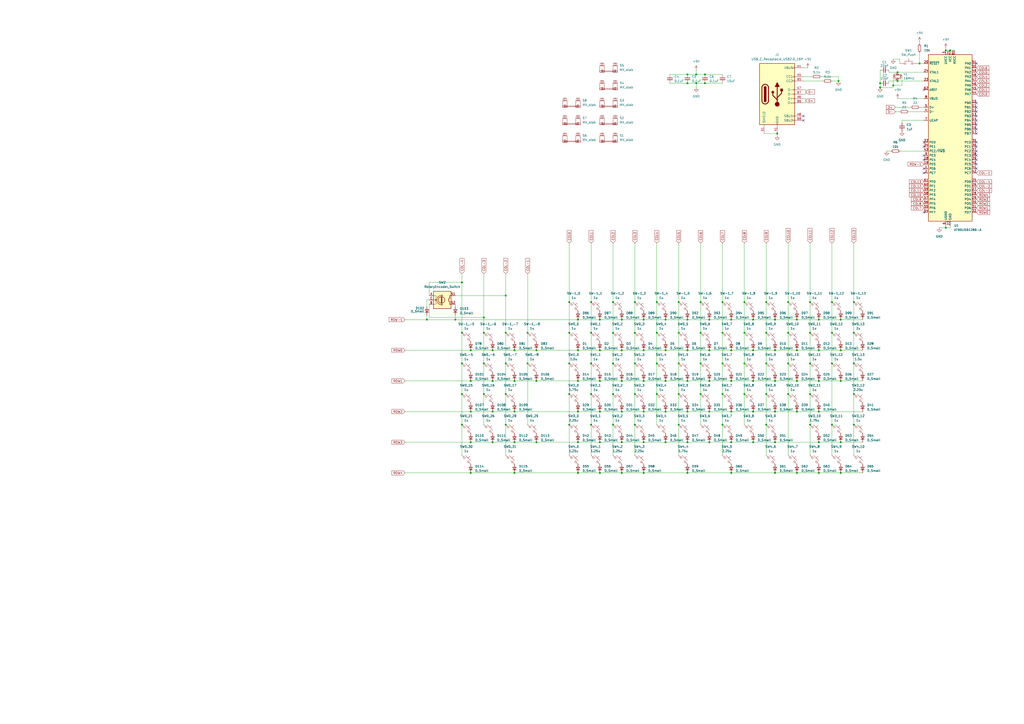
<source format=kicad_sch>
(kicad_sch (version 20231120) (generator "eeschema") (generator_version "8.0")
  (paper "A2")
  (junction (at 419.1 210.82))
  (junction (at 408.94 48.26))
  (junction (at 298.45 203.2))
  (junction (at 373.38 185.42))
  (junction (at 411.48 220.98))
  (junction (at 403.86 43.18))
  (junction (at 355.6 175.26))
  (junction (at 347.98 185.42))
  (junction (at 360.68 256.54))
  (junction (at 273.05 220.98))
  (junction (at 347.98 203.2))
  (junction (at 280.67 193.04))
  (junction (at 510.54 50.8))
  (junction (at 386.08 256.54))
  (junction (at 486.41 46.99))
  (junction (at 495.3 193.04))
  (junction (at 462.28 238.76))
  (junction (at 335.28 203.2))
  (junction (at 474.98 203.2))
  (junction (at 293.37 193.04))
  (junction (at 495.3 228.6))
  (junction (at 444.5 246.38))
  (junction (at 373.38 220.98))
  (junction (at 280.67 184.15))
  (junction (at 342.9 246.38))
  (junction (at 298.45 238.76))
  (junction (at 342.9 193.04))
  (junction (at 342.9 228.6))
  (junction (at 406.4 228.6))
  (junction (at 293.37 228.6))
  (junction (at 411.48 203.2))
  (junction (at 280.67 228.6))
  (junction (at 311.15 256.54))
  (junction (at 393.7 228.6))
  (junction (at 457.2 193.04))
  (junction (at 406.4 193.04))
  (junction (at 419.1 193.04))
  (junction (at 273.05 274.32))
  (junction (at 482.6 210.82))
  (junction (at 285.75 238.76))
  (junction (at 247.65 185.42))
  (junction (at 298.45 256.54))
  (junction (at 436.88 185.42))
  (junction (at 386.08 203.2))
  (junction (at 373.38 274.32))
  (junction (at 267.97 246.38))
  (junction (at 487.68 203.2))
  (junction (at 436.88 220.98))
  (junction (at 381 175.26))
  (junction (at 411.48 256.54))
  (junction (at 457.2 175.26))
  (junction (at 444.5 175.26))
  (junction (at 267.97 193.04))
  (junction (at 311.15 220.98))
  (junction (at 469.9 210.82))
  (junction (at 298.45 220.98))
  (junction (at 373.38 256.54))
  (junction (at 487.68 220.98))
  (junction (at 444.5 193.04))
  (junction (at 335.28 238.76))
  (junction (at 386.08 220.98))
  (junction (at 386.08 238.76))
  (junction (at 408.94 43.18))
  (junction (at 381 210.82))
  (junction (at 355.6 210.82))
  (junction (at 273.05 238.76))
  (junction (at 360.68 185.42))
  (junction (at 335.28 274.32))
  (junction (at 419.1 246.38))
  (junction (at 342.9 210.82))
  (junction (at 444.5 228.6))
  (junction (at 474.98 256.54))
  (junction (at 469.9 228.6))
  (junction (at 474.98 274.32))
  (junction (at 398.78 220.98))
  (junction (at 449.58 274.32))
  (junction (at 347.98 238.76))
  (junction (at 424.18 238.76))
  (junction (at 462.28 185.42))
  (junction (at 450.85 77.47))
  (junction (at 335.28 256.54))
  (junction (at 355.6 228.6))
  (junction (at 311.15 203.2))
  (junction (at 398.78 203.2))
  (junction (at 360.68 274.32))
  (junction (at 393.7 246.38))
  (junction (at 411.48 238.76))
  (junction (at 368.3 210.82))
  (junction (at 462.28 220.98))
  (junction (at 462.28 274.32))
  (junction (at 436.88 203.2))
  (junction (at 520.7 46.99))
  (junction (at 398.78 256.54))
  (junction (at 469.9 246.38))
  (junction (at 355.6 246.38))
  (junction (at 330.2 210.82))
  (junction (at 482.6 193.04))
  (junction (at 462.28 203.2))
  (junction (at 398.78 238.76))
  (junction (at 406.4 175.26))
  (junction (at 510.54 48.26))
  (junction (at 393.7 210.82))
  (junction (at 355.6 193.04))
  (junction (at 306.07 193.04))
  (junction (at 293.37 171.45))
  (junction (at 298.45 274.32))
  (junction (at 431.8 228.6))
  (junction (at 398.78 48.26))
  (junction (at 330.2 175.26))
  (junction (at 273.05 203.2))
  (junction (at 424.18 220.98))
  (junction (at 386.08 185.42))
  (junction (at 368.3 246.38))
  (junction (at 495.3 175.26))
  (junction (at 273.05 256.54))
  (junction (at 424.18 274.32))
  (junction (at 444.5 210.82))
  (junction (at 449.58 256.54))
  (junction (at 449.58 203.2))
  (junction (at 431.8 210.82))
  (junction (at 347.98 220.98))
  (junction (at 368.3 175.26))
  (junction (at 330.2 246.38))
  (junction (at 280.67 210.82))
  (junction (at 335.28 220.98))
  (junction (at 487.68 274.32))
  (junction (at 335.28 185.42))
  (junction (at 398.78 43.18))
  (junction (at 285.75 256.54))
  (junction (at 360.68 238.76))
  (junction (at 469.9 175.26))
  (junction (at 373.38 203.2))
  (junction (at 449.58 220.98))
  (junction (at 293.37 210.82))
  (junction (at 520.7 41.91))
  (junction (at 436.88 256.54))
  (junction (at 431.8 175.26))
  (junction (at 393.7 193.04))
  (junction (at 431.8 193.04))
  (junction (at 406.4 210.82))
  (junction (at 457.2 210.82))
  (junction (at 495.3 246.38))
  (junction (at 403.86 48.26))
  (junction (at 285.75 203.2))
  (junction (at 368.3 193.04))
  (junction (at 381 228.6))
  (junction (at 548.64 29.21))
  (junction (at 330.2 193.04))
  (junction (at 411.48 185.42))
  (junction (at 360.68 220.98))
  (junction (at 436.88 238.76))
  (junction (at 551.18 29.21))
  (junction (at 419.1 228.6))
  (junction (at 424.18 203.2))
  (junction (at 347.98 256.54))
  (junction (at 449.58 185.42))
  (junction (at 474.98 238.76))
  (junction (at 293.37 246.38))
  (junction (at 482.6 246.38))
  (junction (at 457.2 228.6))
  (junction (at 487.68 185.42))
  (junction (at 424.18 185.42))
  (junction (at 285.75 220.98))
  (junction (at 347.98 274.32))
  (junction (at 306.07 210.82))
  (junction (at 482.6 175.26))
  (junction (at 393.7 175.26))
  (junction (at 373.38 238.76))
  (junction (at 267.97 163.83))
  (junction (at 398.78 185.42))
  (junction (at 474.98 220.98))
  (junction (at 449.58 238.76))
  (junction (at 548.64 132.08))
  (junction (at 342.9 175.26))
  (junction (at 533.4 36.83))
  (junction (at 518.16 49.53))
  (junction (at 495.3 210.82))
  (junction (at 474.98 185.42))
  (junction (at 398.78 274.32))
  (junction (at 267.97 228.6))
  (junction (at 424.18 256.54))
  (junction (at 267.97 210.82))
  (junction (at 368.3 228.6))
  (junction (at 381 193.04))
  (junction (at 419.1 175.26))
  (junction (at 487.68 256.54))
  (junction (at 469.9 193.04))
  (junction (at 360.68 203.2))
  (junction (at 264.16 185.42))
  (junction (at 330.2 228.6))
  (no_connect (at 566.42 95.25))
  (no_connect (at 566.42 64.77))
  (no_connect (at 535.94 92.71))
  (no_connect (at 566.42 90.17))
  (no_connect (at 566.42 97.79))
  (no_connect (at 566.42 72.39))
  (no_connect (at 535.94 90.17))
  (no_connect (at 535.94 82.55))
  (no_connect (at 566.42 36.83))
  (no_connect (at 466.09 67.31))
  (no_connect (at 566.42 59.69))
  (no_connect (at 566.42 67.31))
  (no_connect (at 566.42 62.23))
  (no_connect (at 566.42 85.09))
  (no_connect (at 535.94 97.79))
  (no_connect (at 535.94 100.33))
  (no_connect (at 535.94 123.19))
  (no_connect (at 566.42 87.63))
  (no_connect (at 466.09 69.85))
  (no_connect (at 566.42 74.93))
  (no_connect (at 566.42 77.47))
  (no_connect (at 566.42 92.71))
  (no_connect (at 566.42 69.85))
  (no_connect (at 535.94 52.07))
  (no_connect (at 566.42 82.55))
  (no_connect (at 535.94 85.09))
  (wire (pts (xy 482.6 193.04) (xy 482.6 210.82)))
  (wire (pts (xy 285.75 238.76) (xy 298.45 238.76)))
  (wire (pts (xy 419.1 246.38) (xy 419.1 264.16)))
  (wire (pts (xy 467.36 54.61) (xy 466.09 54.61)))
  (wire (pts (xy 264.16 185.42) (xy 335.28 185.42)))
  (wire (pts (xy 495.3 246.38) (xy 495.3 264.16)))
  (wire (pts (xy 523.24 69.85) (xy 535.94 69.85)))
  (wire (pts (xy 398.78 238.76) (xy 411.48 238.76)))
  (wire (pts (xy 247.65 173.99) (xy 247.65 177.8)))
  (wire (pts (xy 436.88 185.42) (xy 449.58 185.42)))
  (wire (pts (xy 234.95 220.98) (xy 273.05 220.98)))
  (wire (pts (xy 521.97 87.63) (xy 535.94 87.63)))
  (wire (pts (xy 342.9 246.38) (xy 342.9 264.16)))
  (wire (pts (xy 403.86 48.26) (xy 408.94 48.26)))
  (wire (pts (xy 467.36 52.07) (xy 467.36 54.61)))
  (wire (pts (xy 457.2 228.6) (xy 457.2 264.16)))
  (wire (pts (xy 381 210.82) (xy 381 228.6)))
  (wire (pts (xy 406.4 228.6) (xy 406.4 246.38)))
  (wire (pts (xy 515.62 41.91) (xy 520.7 41.91)))
  (wire (pts (xy 381 228.6) (xy 381 246.38)))
  (wire (pts (xy 398.78 43.18) (xy 403.86 43.18)))
  (wire (pts (xy 355.6 210.82) (xy 355.6 228.6)))
  (wire (pts (xy 495.3 175.26) (xy 495.3 193.04)))
  (wire (pts (xy 293.37 228.6) (xy 293.37 246.38)))
  (wire (pts (xy 487.68 185.42) (xy 500.38 185.42)))
  (wire (pts (xy 360.68 238.76) (xy 373.38 238.76)))
  (wire (pts (xy 381 175.26) (xy 381 193.04)))
  (wire (pts (xy 462.28 203.2) (xy 474.98 203.2)))
  (wire (pts (xy 518.16 49.53) (xy 518.16 50.8)))
  (wire (pts (xy 373.38 220.98) (xy 386.08 220.98)))
  (wire (pts (xy 355.6 246.38) (xy 355.6 264.16)))
  (wire (pts (xy 293.37 171.45) (xy 293.37 193.04)))
  (wire (pts (xy 298.45 220.98) (xy 311.15 220.98)))
  (wire (pts (xy 474.98 220.98) (xy 487.68 220.98)))
  (wire (pts (xy 347.98 203.2) (xy 360.68 203.2)))
  (wire (pts (xy 527.05 64.77) (xy 535.94 64.77)))
  (wire (pts (xy 520.7 57.15) (xy 535.94 57.15)))
  (wire (pts (xy 551.18 132.08) (xy 551.18 130.81)))
  (wire (pts (xy 424.18 220.98) (xy 436.88 220.98)))
  (wire (pts (xy 521.97 36.83) (xy 521.97 34.29)))
  (wire (pts (xy 335.28 203.2) (xy 347.98 203.2)))
  (wire (pts (xy 330.2 228.6) (xy 330.2 246.38)))
  (wire (pts (xy 267.97 210.82) (xy 267.97 228.6)))
  (wire (pts (xy 424.18 185.42) (xy 436.88 185.42)))
  (wire (pts (xy 521.97 34.29) (xy 518.16 34.29)))
  (wire (pts (xy 408.94 48.26) (xy 419.1 48.26)))
  (wire (pts (xy 469.9 210.82) (xy 469.9 228.6)))
  (wire (pts (xy 234.95 203.2) (xy 273.05 203.2)))
  (wire (pts (xy 431.8 193.04) (xy 431.8 210.82)))
  (wire (pts (xy 267.97 163.83) (xy 267.97 193.04)))
  (wire (pts (xy 373.38 238.76) (xy 386.08 238.76)))
  (wire (pts (xy 457.2 175.26) (xy 457.2 193.04)))
  (wire (pts (xy 533.4 24.13) (xy 533.4 25.4)))
  (wire (pts (xy 285.75 220.98) (xy 298.45 220.98)))
  (wire (pts (xy 406.4 140.97) (xy 406.4 175.26)))
  (wire (pts (xy 393.7 140.97) (xy 393.7 175.26)))
  (wire (pts (xy 466.09 44.45) (xy 471.17 44.45)))
  (wire (pts (xy 551.18 29.21) (xy 553.72 29.21)))
  (wire (pts (xy 515.62 46.99) (xy 515.62 48.26)))
  (wire (pts (xy 449.58 220.98) (xy 462.28 220.98)))
  (wire (pts (xy 467.36 59.69) (xy 466.09 59.69)))
  (wire (pts (xy 466.09 46.99) (xy 477.52 46.99)))
  (wire (pts (xy 449.58 185.42) (xy 462.28 185.42)))
  (wire (pts (xy 403.86 40.64) (xy 403.86 43.18)))
  (wire (pts (xy 388.62 43.18) (xy 398.78 43.18)))
  (wire (pts (xy 495.3 140.97) (xy 495.3 175.26)))
  (wire (pts (xy 355.6 140.97) (xy 355.6 175.26)))
  (wire (pts (xy 444.5 193.04) (xy 444.5 210.82)))
  (wire (pts (xy 449.58 203.2) (xy 462.28 203.2)))
  (wire (pts (xy 248.92 176.53) (xy 248.92 184.15)))
  (wire (pts (xy 234.95 274.32) (xy 273.05 274.32)))
  (wire (pts (xy 487.68 274.32) (xy 500.38 274.32)))
  (wire (pts (xy 533.4 62.23) (xy 535.94 62.23)))
  (wire (pts (xy 462.28 220.98) (xy 474.98 220.98)))
  (wire (pts (xy 342.9 175.26) (xy 342.9 193.04)))
  (wire (pts (xy 360.68 220.98) (xy 373.38 220.98)))
  (wire (pts (xy 280.67 158.75) (xy 280.67 184.15)))
  (wire (pts (xy 466.09 39.37) (xy 468.63 39.37)))
  (wire (pts (xy 267.97 228.6) (xy 267.97 246.38)))
  (wire (pts (xy 469.9 140.97) (xy 469.9 175.26)))
  (wire (pts (xy 335.28 185.42) (xy 347.98 185.42)))
  (wire (pts (xy 495.3 193.04) (xy 495.3 210.82)))
  (wire (pts (xy 381 193.04) (xy 381 210.82)))
  (wire (pts (xy 267.97 193.04) (xy 267.97 210.82)))
  (wire (pts (xy 273.05 238.76) (xy 285.75 238.76)))
  (wire (pts (xy 360.68 274.32) (xy 373.38 274.32)))
  (wire (pts (xy 368.3 175.26) (xy 368.3 193.04)))
  (wire (pts (xy 280.67 193.04) (xy 280.67 210.82)))
  (wire (pts (xy 424.18 203.2) (xy 436.88 203.2)))
  (wire (pts (xy 393.7 175.26) (xy 393.7 193.04)))
  (wire (pts (xy 386.08 220.98) (xy 398.78 220.98)))
  (wire (pts (xy 424.18 238.76) (xy 436.88 238.76)))
  (wire (pts (xy 273.05 203.2) (xy 285.75 203.2)))
  (wire (pts (xy 381 140.97) (xy 381 175.26)))
  (wire (pts (xy 264.16 182.88) (xy 264.16 185.42)))
  (wire (pts (xy 285.75 256.54) (xy 298.45 256.54)))
  (wire (pts (xy 342.9 193.04) (xy 342.9 210.82)))
  (wire (pts (xy 398.78 203.2) (xy 411.48 203.2)))
  (wire (pts (xy 234.95 185.42) (xy 247.65 185.42)))
  (wire (pts (xy 443.23 77.47) (xy 450.85 77.47)))
  (wire (pts (xy 398.78 256.54) (xy 411.48 256.54)))
  (wire (pts (xy 419.1 228.6) (xy 419.1 246.38)))
  (wire (pts (xy 393.7 210.82) (xy 393.7 228.6)))
  (wire (pts (xy 548.64 27.94) (xy 548.64 29.21)))
  (wire (pts (xy 248.92 171.45) (xy 248.92 163.83)))
  (wire (pts (xy 360.68 185.42) (xy 373.38 185.42)))
  (wire (pts (xy 449.58 274.32) (xy 462.28 274.32)))
  (wire (pts (xy 330.2 193.04) (xy 330.2 210.82)))
  (wire (pts (xy 495.3 228.6) (xy 495.3 246.38)))
  (wire (pts (xy 293.37 193.04) (xy 293.37 210.82)))
  (wire (pts (xy 520.7 46.99) (xy 535.94 46.99)))
  (wire (pts (xy 469.9 246.38) (xy 469.9 264.16)))
  (wire (pts (xy 408.94 43.18) (xy 419.1 43.18)))
  (wire (pts (xy 520.7 46.99) (xy 515.62 46.99)))
  (wire (pts (xy 234.95 238.76) (xy 273.05 238.76)))
  (wire (pts (xy 450.85 77.47) (xy 450.85 78.74)))
  (wire (pts (xy 342.9 228.6) (xy 342.9 246.38)))
  (wire (pts (xy 406.4 193.04) (xy 406.4 210.82)))
  (wire (pts (xy 419.1 210.82) (xy 419.1 228.6)))
  (wire (pts (xy 462.28 238.76) (xy 474.98 238.76)))
  (wire (pts (xy 406.4 175.26) (xy 406.4 193.04)))
  (wire (pts (xy 411.48 238.76) (xy 424.18 238.76)))
  (wire (pts (xy 347.98 220.98) (xy 360.68 220.98)))
  (wire (pts (xy 510.54 48.26) (xy 510.54 50.8)))
  (wire (pts (xy 462.28 185.42) (xy 474.98 185.42)))
  (wire (pts (xy 248.92 173.99) (xy 247.65 173.99)))
  (wire (pts (xy 548.64 29.21) (xy 551.18 29.21)))
  (wire (pts (xy 436.88 238.76) (xy 449.58 238.76)))
  (wire (pts (xy 495.3 210.82) (xy 495.3 228.6)))
  (wire (pts (xy 519.43 64.77) (xy 521.97 64.77)))
  (wire (pts (xy 355.6 228.6) (xy 355.6 246.38)))
  (wire (pts (xy 444.5 140.97) (xy 444.5 175.26)))
  (wire (pts (xy 398.78 185.42) (xy 411.48 185.42)))
  (wire (pts (xy 518.16 44.45) (xy 518.16 49.53)))
  (wire (pts (xy 393.7 193.04) (xy 393.7 210.82)))
  (wire (pts (xy 431.8 140.97) (xy 431.8 175.26)))
  (wire (pts (xy 330.2 175.26) (xy 330.2 193.04)))
  (wire (pts (xy 330.2 140.97) (xy 330.2 175.26)))
  (wire (pts (xy 264.16 171.45) (xy 293.37 171.45)))
  (wire (pts (xy 436.88 220.98) (xy 449.58 220.98)))
  (wire (pts (xy 335.28 238.76) (xy 347.98 238.76)))
  (wire (pts (xy 335.28 274.32) (xy 347.98 274.32)))
  (wire (pts (xy 457.2 140.97) (xy 457.2 175.26)))
  (wire (pts (xy 474.98 203.2) (xy 487.68 203.2)))
  (wire (pts (xy 486.41 46.99) (xy 486.41 44.45)))
  (wire (pts (xy 486.41 44.45) (xy 476.25 44.45)))
  (wire (pts (xy 523.24 49.53) (xy 518.16 49.53)))
  (wire (pts (xy 487.68 256.54) (xy 500.38 256.54)))
  (wire (pts (xy 482.6 246.38) (xy 482.6 264.16)))
  (wire (pts (xy 411.48 185.42) (xy 424.18 185.42)))
  (wire (pts (xy 469.9 175.26) (xy 469.9 193.04)))
  (wire (pts (xy 474.98 256.54) (xy 487.68 256.54)))
  (wire (pts (xy 373.38 203.2) (xy 386.08 203.2)))
  (wire (pts (xy 436.88 203.2) (xy 449.58 203.2)))
  (wire (pts (xy 298.45 203.2) (xy 311.15 203.2)))
  (wire (pts (xy 510.54 40.64) (xy 510.54 48.26)))
  (wire (pts (xy 247.65 182.88) (xy 247.65 185.42)))
  (wire (pts (xy 515.62 40.64) (xy 515.62 41.91)))
  (wire (pts (xy 347.98 238.76) (xy 360.68 238.76)))
  (wire (pts (xy 393.7 228.6) (xy 393.7 246.38)))
  (wire (pts (xy 373.38 256.54) (xy 386.08 256.54)))
  (wire (pts (xy 273.05 256.54) (xy 285.75 256.54)))
  (wire (pts (xy 293.37 210.82) (xy 293.37 228.6)))
  (wire (pts (xy 449.58 256.54) (xy 474.98 256.54)))
  (wire (pts (xy 533.4 30.48) (xy 533.4 36.83)))
  (wire (pts (xy 347.98 185.42) (xy 360.68 185.42)))
  (wire (pts (xy 360.68 256.54) (xy 373.38 256.54)))
  (wire (pts (xy 411.48 256.54) (xy 424.18 256.54)))
  (wire (pts (xy 355.6 193.04) (xy 355.6 210.82)))
  (wire (pts (xy 444.5 175.26) (xy 444.5 193.04)))
  (wire (pts (xy 342.9 140.97) (xy 342.9 175.26)))
  (wire (pts (xy 347.98 256.54) (xy 360.68 256.54)))
  (wire (pts (xy 273.05 274.32) (xy 298.45 274.32)))
  (wire (pts (xy 335.28 256.54) (xy 347.98 256.54)))
  (wire (pts (xy 335.28 220.98) (xy 347.98 220.98)))
  (wire (pts (xy 469.9 193.04) (xy 469.9 210.82)))
  (wire (pts (xy 386.08 185.42) (xy 398.78 185.42)))
  (wire (pts (xy 436.88 256.54) (xy 449.58 256.54)))
  (wire (pts (xy 342.9 210.82) (xy 342.9 228.6)))
  (wire (pts (xy 311.15 220.98) (xy 335.28 220.98)))
  (wire (pts (xy 293.37 158.75) (xy 293.37 171.45)))
  (wire (pts (xy 520.7 41.91) (xy 535.94 41.91)))
  (wire (pts (xy 431.8 175.26) (xy 431.8 193.04)))
  (wire (pts (xy 267.97 246.38) (xy 267.97 264.16)))
  (wire (pts (xy 518.16 50.8) (xy 510.54 50.8)))
  (wire (pts (xy 306.07 210.82) (xy 306.07 246.38)))
  (wire (pts (xy 482.6 210.82) (xy 482.6 246.38)))
  (wire (pts (xy 311.15 256.54) (xy 335.28 256.54)))
  (wire (pts (xy 234.95 256.54) (xy 273.05 256.54)))
  (wire (pts (xy 306.07 193.04) (xy 306.07 210.82)))
  (wire (pts (xy 280.67 210.82) (xy 280.67 228.6)))
  (wire (pts (xy 474.98 274.32) (xy 487.68 274.32)))
  (wire (pts (xy 431.8 228.6) (xy 431.8 246.38)))
  (wire (pts (xy 386.08 238.76) (xy 398.78 238.76)))
  (wire (pts (xy 431.8 210.82) (xy 431.8 228.6)))
  (wire (pts (xy 523.24 44.45) (xy 523.24 49.53)))
  (wire (pts (xy 393.7 246.38) (xy 393.7 264.16)))
  (wire (pts (xy 424.18 256.54) (xy 436.88 256.54)))
  (wire (pts (xy 411.48 220.98) (xy 424.18 220.98)))
  (wire (pts (xy 280.67 228.6) (xy 280.67 246.38)))
  (wire (pts (xy 273.05 220.98) (xy 285.75 220.98)))
  (wire (pts (xy 523.24 69.85) (xy 523.24 71.12)))
  (wire (pts (xy 467.36 57.15) (xy 467.36 59.69)))
  (wire (pts (xy 373.38 185.42) (xy 386.08 185.42)))
  (wire (pts (xy 355.6 175.26) (xy 355.6 193.04)))
  (wire (pts (xy 544.83 132.08) (xy 548.64 132.08)))
  (wire (pts (xy 368.3 210.82) (xy 368.3 228.6)))
  (wire (pts (xy 482.6 46.99) (xy 486.41 46.99)))
  (wire (pts (xy 388.62 48.26) (xy 398.78 48.26)))
  (wire (pts (xy 519.43 62.23) (xy 528.32 62.23)))
  (wire (pts (xy 411.48 203.2) (xy 424.18 203.2)))
  (wire (pts (xy 449.58 238.76) (xy 462.28 238.76)))
  (wire (pts (xy 419.1 193.04) (xy 419.1 210.82)))
  (wire (pts (xy 306.07 158.75) (xy 306.07 193.04)))
  (wire (pts (xy 293.37 246.38) (xy 293.37 264.16)))
  (wire (pts (xy 474.98 238.76) (xy 500.38 238.76)))
  (wire (pts (xy 487.68 203.2) (xy 500.38 203.2)))
  (wire (pts (xy 444.5 210.82) (xy 444.5 228.6)))
  (wire (pts (xy 469.9 228.6) (xy 469.9 246.38)))
  (wire (pts (xy 398.78 48.26) (xy 403.86 48.26)))
  (wire (pts (xy 403.86 43.18) (xy 408.94 43.18)))
  (wire (pts (xy 403.86 48.26) (xy 403.86 50.8)))
  (wire (pts (xy 298.45 238.76) (xy 335.28 238.76)))
  (wire (pts (xy 298.45 274.32) (xy 335.28 274.32)))
  (wire (pts (xy 462.28 274.32) (xy 474.98 274.32)))
  (wire (pts (xy 466.09 57.15) (xy 467.36 57.15)))
  (wire (pts (xy 368.3 228.6) (xy 368.3 246.38)))
  (wire (pts (xy 406.4 210.82) (xy 406.4 228.6)))
  (wire (pts (xy 386.08 203.2) (xy 398.78 203.2)))
  (wire (pts (xy 398.78 274.32) (xy 424.18 274.32)))
  (wire (pts (xy 457.2 193.04) (xy 457.2 210.82)))
  (wire (pts (xy 330.2 210.82) (xy 330.2 228.6)))
  (wire (pts (xy 386.08 256.54) (xy 398.78 256.54)))
  (wire (pts (xy 487.68 220.98) (xy 500.38 220.98)))
  (wire (pts (xy 248.92 184.15) (xy 280.67 184.15)))
  (wire (pts (xy 264.16 176.53) (xy 264.16 177.8)))
  (wire (pts (xy 466.09 52.07) (xy 467.36 52.07)))
  (wire (pts (xy 548.64 130.81) (xy 548.64 132.08)))
  (wire (pts (xy 311.15 203.2) (xy 335.28 203.2)))
  (wire (pts (xy 247.65 185.42) (xy 264.16 185.42)))
  (wire (pts (xy 267.97 158.75) (xy 267.97 163.83)))
  (wire (pts (xy 373.38 274.32) (xy 398.78 274.32)))
  (wire (pts (xy 368.3 140.97) (xy 368.3 175.26)))
  (wire (pts (xy 444.5 246.38) (xy 444.5 264.16)))
  (wire (pts (xy 248.92 163.83) (xy 267.97 163.83)))
  (wire (pts (xy 482.6 175.26) (xy 482.6 193.04)))
  (wire (pts (xy 533.4 36.83) (xy 535.94 36.83)))
  (wire (pts (xy 548.64 132.08) (xy 551.18 132.08)))
  (wire (pts (xy 474.98 185.42) (xy 487.68 185.42)))
  (wire (pts (xy 330.2 246.38) (xy 330.2 264.16)))
  (wire (pts (xy 368.3 193.04) (xy 368.3 210.82)))
  (wire (pts (xy 514.35 87.63) (xy 516.89 87.63)))
  (wire (pts (xy 285.75 203.2) (xy 298.45 203.2)))
  (wire (pts (xy 532.13 36.83) (xy 533.4 36.83)))
  (wire (pts (xy 347.98 274.32) (xy 360.68 274.32)))
  (wire (pts (xy 280.67 184.15) (xy 280.67 193.04)))
  (wire (pts (xy 424.18 274.32) (xy 449.58 274.32)))
  (wire (pts (xy 457.2 210.82) (xy 457.2 228.6)))
  (wire (pts (xy 298.45 256.54) (xy 311.15 256.54)))
  (wire (pts (xy 360.68 203.2) (xy 373.38 203.2)))
  (wire (pts (xy 482.6 140.97) (xy 482.6 175.26)))
  (wire (pts (xy 419.1 140.97) (xy 419.1 175.26)))
  (wire (pts (xy 419.1 175.26) (xy 419.1 193.04)))
  (wire (pts (xy 368.3 246.38) (xy 368.3 264.16)))
  (wire (pts (xy 444.5 228.6) (xy 444.5 246.38)))
  (wire (pts (xy 398.78 220.98) (xy 411.48 220.98)))
  (global_label "COL1" (shape input) (at 566.42 52.07 0) (property "Intersheetrefs" "${INTERSHEET_REFS}" (effects (hide yes))))
  (global_label "COL-2" (shape input) (at 566.42 107.95 0) (property "Intersheetrefs" "${INTERSHEET_REFS}" (effects (hide yes))))
  (global_label "COL-2" (shape input) (at 293.37 158.75 90) (property "Intersheetrefs" "${INTERSHEET_REFS}" (effects (hide yes))))
  (global_label "COL11" (shape input) (at 469.9 140.97 90) (property "Intersheetrefs" "${INTERSHEET_REFS}" (effects (hide yes))))
  (global_label "COL11" (shape input) (at 535.94 110.49 180) (property "Intersheetrefs" "${INTERSHEET_REFS}" (effects (hide yes))))
  (global_label "ROW1" (shape input) (at 234.95 220.98 180) (property "Intersheetrefs" "${INTERSHEET_REFS}" (effects (hide yes))))
  (global_label "D-" (shape input) (at 467.36 53.34 0) (property "Intersheetrefs" "${INTERSHEET_REFS}" (effects (hide yes))))
  (global_label "COL12" (shape input) (at 482.6 140.97 90) (property "Intersheetrefs" "${INTERSHEET_REFS}" (effects (hide yes))))
  (global_label "COL0" (shape input) (at 566.42 54.61 0) (property "Intersheetrefs" "${INTERSHEET_REFS}" (effects (hide yes))))
  (global_label "ROW4" (shape input) (at 234.95 274.32 180) (property "Intersheetrefs" "${INTERSHEET_REFS}" (effects (hide yes))))
  (global_label "COL-1" (shape input) (at 306.07 158.75 90) (property "Intersheetrefs" "${INTERSHEET_REFS}" (effects (hide yes))))
  (global_label "COL-3" (shape input) (at 566.42 110.49 0) (property "Intersheetrefs" "${INTERSHEET_REFS}" (effects (hide yes))))
  (global_label "COL9" (shape input) (at 444.5 140.97 90) (property "Intersheetrefs" "${INTERSHEET_REFS}" (effects (hide yes))))
  (global_label "COL3" (shape input) (at 566.42 46.99 0) (property "Intersheetrefs" "${INTERSHEET_REFS}" (effects (hide yes))))
  (global_label "COL13" (shape input) (at 535.94 105.41 180) (property "Intersheetrefs" "${INTERSHEET_REFS}" (effects (hide yes))))
  (global_label "COL-4" (shape input) (at 267.97 158.75 90) (property "Intersheetrefs" "${INTERSHEET_REFS}" (effects (hide yes))))
  (global_label "ROW2" (shape input) (at 566.42 118.11 0) (property "Intersheetrefs" "${INTERSHEET_REFS}" (effects (hide yes))))
  (global_label "COL8" (shape input) (at 431.8 140.97 90) (property "Intersheetrefs" "${INTERSHEET_REFS}" (effects (hide yes))))
  (global_label "COL-1" (shape input) (at 566.42 100.33 0) (property "Intersheetrefs" "${INTERSHEET_REFS}" (effects (hide yes))))
  (global_label "COL12" (shape input) (at 535.94 107.95 180) (property "Intersheetrefs" "${INTERSHEET_REFS}" (effects (hide yes))))
  (global_label "COL7" (shape input) (at 419.1 140.97 90) (property "Intersheetrefs" "${INTERSHEET_REFS}" (effects (hide yes))))
  (global_label "COL7" (shape input) (at 535.94 120.65 180) (property "Intersheetrefs" "${INTERSHEET_REFS}" (effects (hide yes))))
  (global_label "COL2" (shape input) (at 566.42 49.53 0) (property "Intersheetrefs" "${INTERSHEET_REFS}" (effects (hide yes))))
  (global_label "COL2" (shape input) (at 355.6 140.97 90) (property "Intersheetrefs" "${INTERSHEET_REFS}" (effects (hide yes))))
  (global_label "COL-3" (shape input) (at 280.67 158.75 90) (property "Intersheetrefs" "${INTERSHEET_REFS}" (effects (hide yes))))
  (global_label "ROW3" (shape input) (at 234.95 256.54 180) (property "Intersheetrefs" "${INTERSHEET_REFS}" (effects (hide yes))))
  (global_label "COL9" (shape input) (at 535.94 115.57 180) (property "Intersheetrefs" "${INTERSHEET_REFS}" (effects (hide yes))))
  (global_label "ROW2" (shape input) (at 234.95 238.76 180) (property "Intersheetrefs" "${INTERSHEET_REFS}" (effects (hide yes))))
  (global_label "COL0" (shape input) (at 330.2 140.97 90) (property "Intersheetrefs" "${INTERSHEET_REFS}" (effects (hide yes))))
  (global_label "COL1" (shape input) (at 342.9 140.97 90) (property "Intersheetrefs" "${INTERSHEET_REFS}" (effects (hide yes))))
  (global_label "COL3" (shape input) (at 368.3 140.97 90) (property "Intersheetrefs" "${INTERSHEET_REFS}" (effects (hide yes))))
  (global_label "ROW-1" (shape input) (at 234.95 185.42 180) (property "Intersheetrefs" "${INTERSHEET_REFS}" (effects (hide yes))))
  (global_label "COL5" (shape input) (at 393.7 140.97 90) (property "Intersheetrefs" "${INTERSHEET_REFS}" (effects (hide yes))))
  (global_label "COL4" (shape input) (at 566.42 44.45 0) (property "Intersheetrefs" "${INTERSHEET_REFS}" (effects (hide yes))))
  (global_label "COL5" (shape input) (at 566.42 41.91 0) (property "Intersheetrefs" "${INTERSHEET_REFS}" (effects (hide yes))))
  (global_label "COL10" (shape input) (at 535.94 113.03 180) (property "Intersheetrefs" "${INTERSHEET_REFS}" (effects (hide yes))))
  (global_label "ROW1" (shape input) (at 566.42 120.65 0) (property "Intersheetrefs" "${INTERSHEET_REFS}" (effects (hide yes))))
  (global_label "COL-4" (shape input) (at 566.42 105.41 0) (property "Intersheetrefs" "${INTERSHEET_REFS}" (effects (hide yes))))
  (global_label "D+" (shape input) (at 467.36 58.42 0) (property "Intersheetrefs" "${INTERSHEET_REFS}" (effects (hide yes))))
  (global_label "COL8" (shape input) (at 535.94 118.11 180) (property "Intersheetrefs" "${INTERSHEET_REFS}" (effects (hide yes))))
  (global_label "ROW-1" (shape input) (at 535.94 95.25 180) (property "Intersheetrefs" "${INTERSHEET_REFS}" (effects (hide yes))))
  (global_label "ROW0" (shape input) (at 566.42 123.19 0) (property "Intersheetrefs" "${INTERSHEET_REFS}" (effects (hide yes))))
  (global_label "ROW3" (shape input) (at 566.42 115.57 0) (property "Intersheetrefs" "${INTERSHEET_REFS}" (effects (hide yes))))
  (global_label "COL4" (shape input) (at 381 140.97 90) (property "Intersheetrefs" "${INTERSHEET_REFS}" (effects (hide yes))))
  (global_label "ROW0" (shape input) (at 234.95 203.2 180) (property "Intersheetrefs" "${INTERSHEET_REFS}" (effects (hide yes))))
  (global_label "D-" (shape input) (at 519.43 64.77 180) (property "Intersheetrefs" "${INTERSHEET_REFS}" (effects (hide yes))))
  (global_label "COL13" (shape input) (at 495.3 140.97 90) (property "Intersheetrefs" "${INTERSHEET_REFS}" (effects (hide yes))))
  (global_label "D+" (shape input) (at 519.43 62.23 180) (property "Intersheetrefs" "${INTERSHEET_REFS}" (effects (hide yes))))
  (global_label "COL6" (shape input) (at 406.4 140.97 90) (property "Intersheetrefs" "${INTERSHEET_REFS}" (effects (hide yes))))
  (global_label "COL6" (shape input) (at 566.42 39.37 0) (property "Intersheetrefs" "${INTERSHEET_REFS}" (effects (hide yes))))
  (global_label "COL10" (shape input) (at 457.2 140.97 90) (property "Intersheetrefs" "${INTERSHEET_REFS}" (effects (hide yes))))
  (global_label "ROW4" (shape input) (at 566.42 113.03 0) (property "Intersheetrefs" "${INTERSHEET_REFS}" (effects (hide yes))))
  (symbol (lib_id "PCM_marbastlib-mx:MX_SW_solder") (at 434.34 213.36 0) (unit 1)
    (property "Reference" "SW1_8" (at 434.34 205.74 0))
    (property "Value" "1u" (at 434.34 208.28 0))
    (property "Footprint" "PCM_marbastlib-mx:SW_MX_1u" (effects (hide yes)))
    (property "Description" "Push button switch, normally open, two pins, 45° tilted" (effects (hide yes)))
  )
  (symbol (lib_id "Device:D_Small") (at 335.28 182.88 90) (unit 1)
    (property "Reference" "D86" (at 337.82 181.6099 90) (effects (justify right)))
    (property "Value" "D_Small" (at 337.82 184.1499 90) (effects (justify right)))
    (property "Footprint" "Diode_SMD:D_SOD-123" (effects (hide yes)))
    (property "Description" "Diode, small symbol" (effects (hide yes)))
    (property "Sim.Device" "D" (effects (hide yes)))
    (property "Sim.Pins" "1=K 2=A" (effects (hide yes)))
  )
  (symbol (lib_id "Device:C_Small") (at 513.08 40.64 90) (unit 1)
    (property "Reference" "C1" (at 513.08 36.068 90))
    (property "Value" "22pF" (at 513.08 38.1 90))
    (property "Footprint" "Resistor_SMD:R_0805_2012Metric" (effects (hide yes)))
    (property "Description" "Unpolarized capacitor, small symbol" (effects (hide yes)))
  )
  (symbol (lib_id "PCM_marbastlib-mx:MX_SW_solder") (at 434.34 195.58 0) (unit 1)
    (property "Reference" "SW0_8" (at 434.34 187.96 0))
    (property "Value" "1u" (at 434.34 190.5 0))
    (property "Footprint" "PCM_marbastlib-mx:SW_MX_1u" (effects (hide yes)))
    (property "Description" "Push button switch, normally open, two pins, 45° tilted" (effects (hide yes)))
  )
  (symbol (lib_id "Device:D_Small") (at 424.18 236.22 90) (unit 1)
    (property "Reference" "D36" (at 426.72 234.9499 90) (effects (justify right)))
    (property "Value" "D_Small" (at 426.72 237.4899 90) (effects (justify right)))
    (property "Footprint" "Diode_SMD:D_SOD-123" (effects (hide yes)))
    (property "Description" "Diode, small symbol" (effects (hide yes)))
    (property "Sim.Device" "D" (effects (hide yes)))
    (property "Sim.Pins" "1=K 2=A" (effects (hide yes)))
  )
  (symbol (lib_id "PCM_marbastlib-mx:MX_SW_solder") (at 383.54 177.8 0) (unit 1)
    (property "Reference" "SW-1_4" (at 383.54 170.18 0))
    (property "Value" "1u" (at 383.54 172.72 0))
    (property "Footprint" "PCM_marbastlib-mx:SW_MX_1u" (effects (hide yes)))
    (property "Description" "Push button switch, normally open, two pins, 45° tilted" (effects (hide yes)))
  )
  (symbol (lib_id "Device:D_Small") (at 500.38 254 90) (unit 1)
    (property "Reference" "D54" (at 502.92 252.7299 90) (effects (justify right)))
    (property "Value" "D_Small" (at 502.92 255.2699 90) (effects (justify right)))
    (property "Footprint" "Diode_SMD:D_SOD-123" (effects (hide yes)))
    (property "Description" "Diode, small symbol" (effects (hide yes)))
    (property "Sim.Device" "D" (effects (hide yes)))
    (property "Sim.Pins" "1=K 2=A" (effects (hide yes)))
  )
  (symbol (lib_id "Device:D_Small") (at 487.68 218.44 90) (unit 1)
    (property "Reference" "D26" (at 490.22 217.1699 90) (effects (justify right)))
    (property "Value" "D_Small" (at 490.22 219.7099 90) (effects (justify right)))
    (property "Footprint" "Diode_SMD:D_SOD-123" (effects (hide yes)))
    (property "Description" "Diode, small symbol" (effects (hide yes)))
    (property "Sim.Device" "D" (effects (hide yes)))
    (property "Sim.Pins" "1=K 2=A" (effects (hide yes)))
  )
  (symbol (lib_id "Device:D_Small") (at 360.68 218.44 90) (unit 1)
    (property "Reference" "D16" (at 363.22 217.1699 90) (effects (justify right)))
    (property "Value" "D_Small" (at 363.22 219.7099 90) (effects (justify right)))
    (property "Footprint" "Diode_SMD:D_SOD-123" (effects (hide yes)))
    (property "Description" "Diode, small symbol" (effects (hide yes)))
    (property "Sim.Device" "D" (effects (hide yes)))
    (property "Sim.Pins" "1=K 2=A" (effects (hide yes)))
  )
  (symbol (lib_id "Device:D_Small") (at 500.38 271.78 90) (unit 1)
    (property "Reference" "D65" (at 502.92 270.5099 90) (effects (justify right)))
    (property "Value" "D_Small" (at 502.92 273.0499 90) (effects (justify right)))
    (property "Footprint" "Diode_SMD:D_SOD-123" (effects (hide yes)))
    (property "Description" "Diode, small symbol" (effects (hide yes)))
    (property "Sim.Device" "D" (effects (hide yes)))
    (property "Sim.Pins" "1=K 2=A" (effects (hide yes)))
  )
  (symbol (lib_id "PCM_marbastlib-mx:MX_SW_solder") (at 370.84 266.7 0) (unit 1)
    (property "Reference" "SW4_3" (at 370.84 259.08 0))
    (property "Value" "2.25u" (at 370.84 261.62 0))
    (property "Footprint" "PCM_marbastlib-mx:SW_MX_1u" (effects (hide yes)))
    (property "Description" "Push button switch, normally open, two pins, 45° tilted" (effects (hide yes)))
  )
  (symbol (lib_id "Device:D_Small") (at 411.48 254 90) (unit 1)
    (property "Reference" "D48" (at 414.02 252.7299 90) (effects (justify right)))
    (property "Value" "D_Small" (at 414.02 255.2699 90) (effects (justify right)))
    (property "Footprint" "Diode_SMD:D_SOD-123" (effects (hide yes)))
    (property "Description" "Diode, small symbol" (effects (hide yes)))
    (property "Sim.Device" "D" (effects (hide yes)))
    (property "Sim.Pins" "1=K 2=A" (effects (hide yes)))
  )
  (symbol (lib_id "PCM_marbastlib-mx:MX_stab") (at 353.06 39.37 0) (unit 1)
    (property "Reference" "S5" (at 359.41 37.9729 0) (effects (justify left)))
    (property "Value" "MX_stab" (at 359.41 40.5129 0) (effects (justify left)))
    (property "Footprint" "PCM_marbastlib-mx:STAB_MX_2u" (effects (hide yes)))
    (property "Description" "Cherry MX-style stabilizer" (effects (hide yes)))
  )
  (symbol (lib_id "Device:D_Small") (at 264.16 180.34 90) (unit 1)
    (property "Reference" "D103" (at 266.7 179.0699 90) (effects (justify right)))
    (property "Value" "D_Small" (at 266.7 181.6099 90) (effects (justify right)))
    (property "Footprint" "Diode_SMD:D_SOD-123" (effects (hide yes)))
    (property "Description" "Diode, small symbol" (effects (hide yes)))
    (property "Sim.Device" "D" (effects (hide yes)))
    (property "Sim.Pins" "1=K 2=A" (effects (hide yes)))
  )
  (symbol (lib_id "Device:D_Small") (at 347.98 182.88 90) (unit 1)
    (property "Reference" "D87" (at 350.52 181.6099 90) (effects (justify right)))
    (property "Value" "D_Small" (at 350.52 184.1499 90) (effects (justify right)))
    (property "Footprint" "Diode_SMD:D_SOD-123" (effects (hide yes)))
    (property "Description" "Diode, small symbol" (effects (hide yes)))
    (property "Sim.Device" "D" (effects (hide yes)))
    (property "Sim.Pins" "1=K 2=A" (effects (hide yes)))
  )
  (symbol (lib_id "PCM_marbastlib-mx:MX_SW_solder") (at 295.91 266.7 0) (unit 1)
    (property "Reference" "SW0_31" (at 295.91 259.08 0))
    (property "Value" "1u" (at 295.91 261.62 0))
    (property "Footprint" "PCM_marbastlib-mx:SW_MX_1u" (effects (hide yes)))
    (property "Description" "Push button switch, normally open, two pins, 45° tilted" (effects (hide yes)))
  )
  (symbol (lib_id "PCM_marbastlib-mx:MX_SW_solder") (at 358.14 213.36 0) (unit 1)
    (property "Reference" "SW1_2" (at 358.14 205.74 0))
    (property "Value" "1u" (at 358.14 208.28 0))
    (property "Footprint" "PCM_marbastlib-mx:SW_MX_1u" (effects (hide yes)))
    (property "Description" "Push button switch, normally open, two pins, 45° tilted" (effects (hide yes)))
  )
  (symbol (lib_id "PCM_marbastlib-mx:MX_SW_solder") (at 283.21 195.58 0) (unit 1)
    (property "Reference" "SW-1_-6" (at 283.21 187.96 0))
    (property "Value" "1u" (at 283.21 190.5 0))
    (property "Footprint" "PCM_marbastlib-mx:SW_MX_1u" (effects (hide yes)))
    (property "Description" "Push button switch, normally open, two pins, 45° tilted" (effects (hide yes)))
  )
  (symbol (lib_id "power:GND") (at 403.86 50.8 0) (unit 1)
    (property "Reference" "#PWR010" (effects (hide yes)))
    (property "Value" "GND" (at 403.86 55.88 0))
    (property "Description" "Power symbol creates a global label with name \"GND\" , ground" (effects (hide yes)))
  )
  (symbol (lib_id "power:GND") (at 518.16 34.29 0) (unit 1)
    (property "Reference" "#PWR02" (effects (hide yes)))
    (property "Value" "GND" (at 518.16 39.37 0))
    (property "Description" "Power symbol creates a global label with name \"GND\" , ground" (effects (hide yes)))
  )
  (symbol (lib_id "Connector:USB_C_Receptacle_USB2.0_16P") (at 450.85 54.61 0) (unit 1)
    (property "Reference" "J1" (at 450.85 31.75 0))
    (property "Value" "USB_C_Receptacle_USB2.0_16P" (at 450.85 34.29 0))
    (property "Footprint" "Connector_USB:USB_C_Receptacle_HRO_TYPE-C-31-M-12" (effects (hide yes)))
    (property "Datasheet" "https://www.usb.org/sites/default/files/documents/usb_type-c.zip" (effects (hide yes)))
    (property "Description" "USB 2.0-only 16P Type-C Receptacle connector" (effects (hide yes)))
  )
  (symbol (lib_id "PCM_marbastlib-mx:MX_SW_solder") (at 447.04 213.36 0) (unit 1)
    (property "Reference" "SW1_9" (at 447.04 205.74 0))
    (property "Value" "1u" (at 447.04 208.28 0))
    (property "Footprint" "PCM_marbastlib-mx:SW_MX_1u" (effects (hide yes)))
    (property "Description" "Push button switch, normally open, two pins, 45° tilted" (effects (hide yes)))
  )
  (symbol (lib_id "Device:D_Small") (at 360.68 254 90) (unit 1)
    (property "Reference" "D44" (at 363.22 252.7299 90) (effects (justify right)))
    (property "Value" "D_Small" (at 363.22 255.2699 90) (effects (justify right)))
    (property "Footprint" "Diode_SMD:D_SOD-123" (effects (hide yes)))
    (property "Description" "Diode, small symbol" (effects (hide yes)))
    (property "Sim.Device" "D" (effects (hide yes)))
    (property "Sim.Pins" "1=K 2=A" (effects (hide yes)))
  )
  (symbol (lib_id "PCM_marbastlib-mx:MX_SW_solder") (at 459.74 231.14 0) (unit 1)
    (property "Reference" "SW2_10" (at 459.74 223.52 0))
    (property "Value" "1u" (at 459.74 226.06 0))
    (property "Footprint" "PCM_marbastlib-mx:SW_MX_1u" (effects (hide yes)))
    (property "Description" "Push button switch, normally open, two pins, 45° tilted" (effects (hide yes)))
  )
  (symbol (lib_id "Device:D_Small") (at 298.45 271.78 90) (unit 1)
    (property "Reference" "D115" (at 300.99 270.5099 90) (effects (justify right)))
    (property "Value" "D_Small" (at 300.99 273.0499 90) (effects (justify right)))
    (property "Footprint" "Diode_SMD:D_SOD-123" (effects (hide yes)))
    (property "Description" "Diode, small symbol" (effects (hide yes)))
    (property "Sim.Device" "D" (effects (hide yes)))
    (property "Sim.Pins" "1=K 2=A" (effects (hide yes)))
  )
  (symbol (lib_id "PCM_marbastlib-mx:MX_SW_solder") (at 396.24 177.8 0) (unit 1)
    (property "Reference" "SW-1_5" (at 396.24 170.18 0))
    (property "Value" "1u" (at 396.24 172.72 0))
    (property "Footprint" "PCM_marbastlib-mx:SW_MX_1u" (effects (hide yes)))
    (property "Description" "Push button switch, normally open, two pins, 45° tilted" (effects (hide yes)))
  )
  (symbol (lib_id "Device:D_Small") (at 247.65 180.34 90) (unit 1)
    (property "Reference" "D102" (at 246.126 178.054 90) (effects (justify left bottom)))
    (property "Value" "D_Small" (at 238.252 180.594 90) (effects (justify right)))
    (property "Footprint" "Diode_SMD:D_SOD-123" (effects (hide yes)))
    (property "Description" "Diode, small symbol" (effects (hide yes)))
    (property "Sim.Device" "D" (effects (hide yes)))
    (property "Sim.Pins" "1=K 2=A" (effects (hide yes)))
  )
  (symbol (lib_id "Device:R_Small") (at 533.4 27.94 0) (unit 1)
    (property "Reference" "R1" (at 535.94 26.6699 0) (effects (justify left)))
    (property "Value" "10k" (at 535.94 29.2099 0) (effects (justify left)))
    (property "Footprint" "Resistor_SMD:R_0805_2012Metric" (effects (hide yes)))
    (property "Description" "Resistor, small symbol" (effects (hide yes)))
  )
  (symbol (lib_id "PCM_marbastlib-mx:MX_SW_solder") (at 472.44 231.14 0) (unit 1)
    (property "Reference" "SW2_11" (at 472.44 223.52 0))
    (property "Value" "1u" (at 472.44 226.06 0))
    (property "Footprint" "PCM_marbastlib-mx:SW_MX_1u" (effects (hide yes)))
    (property "Description" "Push button switch, normally open, two pins, 45° tilted" (effects (hide yes)))
  )
  (symbol (lib_id "PCM_marbastlib-mx:MX_SW_solder") (at 408.94 248.92 0) (unit 1)
    (property "Reference" "SW3_6" (at 408.94 241.3 0))
    (property "Value" "1u" (at 408.94 243.84 0))
    (property "Footprint" "PCM_marbastlib-mx:SW_MX_1u" (effects (hide yes)))
    (property "Description" "Push button switch, normally open, two pins, 45° tilted" (effects (hide yes)))
  )
  (symbol (lib_id "Device:D_Small") (at 285.75 236.22 90) (unit 1)
    (property "Reference" "D108" (at 288.29 234.9499 90) (effects (justify right)))
    (property "Value" "D_Small" (at 288.29 237.4899 90) (effects (justify right)))
    (property "Footprint" "Diode_SMD:D_SOD-123" (effects (hide yes)))
    (property "Description" "Diode, small symbol" (effects (hide yes)))
    (property "Sim.Device" "D" (effects (hide yes)))
    (property "Sim.Pins" "1=K 2=A" (effects (hide yes)))
  )
  (symbol (lib_id "Device:D_Small") (at 373.38 218.44 90) (unit 1)
    (property "Reference" "D17" (at 375.92 217.1699 90) (effects (justify right)))
    (property "Value" "D_Small" (at 375.92 219.7099 90) (effects (justify right)))
    (property "Footprint" "Diode_SMD:D_SOD-123" (effects (hide yes)))
    (property "Description" "Diode, small symbol" (effects (hide yes)))
    (property "Sim.Device" "D" (effects (hide yes)))
    (property "Sim.Pins" "1=K 2=A" (effects (hide yes)))
  )
  (symbol (lib_id "Device:D_Small") (at 386.08 254 90) (unit 1)
    (property "Reference" "D46" (at 388.62 252.7299 90) (effects (justify right)))
    (property "Value" "D_Small" (at 388.62 255.2699 90) (effects (justify right)))
    (property "Footprint" "Diode_SMD:D_SOD-123" (effects (hide yes)))
    (property "Description" "Diode, small symbol" (effects (hide yes)))
    (property "Sim.Device" "D" (effects (hide yes)))
    (property "Sim.Pins" "1=K 2=A" (effects (hide yes)))
  )
  (symbol (lib_id "PCM_marbastlib-mx:MX_SW_solder") (at 396.24 266.7 0) (unit 1)
    (property "Reference" "SW4_4" (at 396.24 259.08 0))
    (property "Value" "1.75u" (at 396.24 261.62 0))
    (property "Footprint" "PCM_marbastlib-mx:SW_MX_1.75u" (effects (hide yes)))
    (property "Description" "Push button switch, normally open, two pins, 45° tilted" (effects (hide yes)))
  )
  (symbol (lib_id "PCM_marbastlib-mx:MX_SW_solder") (at 332.74 248.92 0) (unit 1)
    (property "Reference" "SW3_0" (at 332.74 241.3 0))
    (property "Value" "2.25u" (at 332.74 243.84 0))
    (property "Footprint" "PCM_marbastlib-mx:SW_MX_1u" (effects (hide yes)))
    (property "Description" "Push button switch, normally open, two pins, 45° tilted" (effects (hide yes)))
  )
  (symbol (lib_id "PCM_marbastlib-mx:MX_SW_solder") (at 497.84 177.8 0) (unit 1)
    (property "Reference" "SW-1_13" (at 497.84 170.18 0))
    (property "Value" "1u" (at 497.84 172.72 0))
    (property "Footprint" "PCM_marbastlib-mx:SW_MX_1u" (effects (hide yes)))
    (property "Description" "Push button switch, normally open, two pins, 45° tilted" (effects (hide yes)))
  )
  (symbol (lib_id "PCM_marbastlib-mx:MX_SW_solder") (at 345.44 266.7 0) (unit 1)
    (property "Reference" "SW4_1" (at 345.44 259.08 0))
    (property "Value" "1.25u" (at 345.44 261.62 0))
    (property "Footprint" "PCM_marbastlib-mx:SW_MX_1.25u" (effects (hide yes)))
    (property "Description" "Push button switch, normally open, two pins, 45° tilted" (effects (hide yes)))
  )
  (symbol (lib_id "PCM_marbastlib-mx:MX_stab") (at 353.06 49.53 0) (unit 1)
    (property "Reference" "S4" (at 359.41 48.1329 0) (effects (justify left)))
    (property "Value" "MX_stab" (at 359.41 50.6729 0) (effects (justify left)))
    (property "Footprint" "PCM_marbastlib-mx:STAB_MX_2.25u" (effects (hide yes)))
    (property "Description" "Cherry MX-style stabilizer" (effects (hide yes)))
  )
  (symbol (lib_id "Device:D_Small") (at 398.78 200.66 90) (unit 1)
    (property "Reference" "D6" (at 401.32 199.3899 90) (effects (justify right)))
    (property "Value" "D_Small" (at 401.32 201.9299 90) (effects (justify right)))
    (property "Footprint" "Diode_SMD:D_SOD-123" (effects (hide yes)))
    (property "Description" "Diode, small symbol" (effects (hide yes)))
    (property "Sim.Device" "D" (effects (hide yes)))
    (property "Sim.Pins" "1=K 2=A" (effects (hide yes)))
  )
  (symbol (lib_id "Device:R_Small") (at 530.86 62.23 90) (unit 1)
    (property "Reference" "R4" (at 530.86 57.15 90))
    (property "Value" "22" (at 530.86 59.69 90))
    (property "Footprint" "Resistor_SMD:R_0805_2012Metric" (effects (hide yes)))
    (property "Description" "Resistor, small symbol" (effects (hide yes)))
  )
  (symbol (lib_id "PCM_marbastlib-mx:MX_SW_solder") (at 459.74 195.58 0) (unit 1)
    (property "Reference" "SW0_10" (at 459.74 187.96 0))
    (property "Value" "1u" (at 459.74 190.5 0))
    (property "Footprint" "PCM_marbastlib-mx:SW_MX_1u" (effects (hide yes)))
    (property "Description" "Push button switch, normally open, two pins, 45° tilted" (effects (hide yes)))
  )
  (symbol (lib_id "PCM_marbastlib-mx:MX_SW_solder") (at 345.44 248.92 0) (unit 1)
    (property "Reference" "SW3_1" (at 345.44 241.3 0))
    (property "Value" "1u" (at 345.44 243.84 0))
    (property "Footprint" "PCM_marbastlib-mx:SW_MX_1u" (effects (hide yes)))
    (property "Description" "Push button switch, normally open, two pins, 45° tilted" (effects (hide yes)))
  )
  (symbol (lib_id "PCM_marbastlib-mx:MX_SW_solder") (at 358.14 195.58 0) (unit 1)
    (property "Reference" "SW0_2" (at 358.14 187.96 0))
    (property "Value" "1u" (at 358.14 190.5 0))
    (property "Footprint" "PCM_marbastlib-mx:SW_MX_1u" (effects (hide yes)))
    (property "Description" "Push button switch, normally open, two pins, 45° tilted" (effects (hide yes)))
  )
  (symbol (lib_id "Device:R_Small") (at 524.51 64.77 90) (unit 1)
    (property "Reference" "R5" (at 524.51 59.69 90))
    (property "Value" "22" (at 524.51 62.23 90))
    (property "Footprint" "Resistor_SMD:R_0805_2012Metric" (effects (hide yes)))
    (property "Description" "Resistor, small symbol" (effects (hide yes)))
  )
  (symbol (lib_id "PCM_marbastlib-mx:MX_SW_solder") (at 472.44 266.7 0) (unit 1)
    (property "Reference" "SW4_8" (at 472.44 259.08 0))
    (property "Value" "1u" (at 472.44 261.62 0))
    (property "Footprint" "PCM_marbastlib-mx:SW_MX_1u" (effects (hide yes)))
    (property "Description" "Push button switch, normally open, two pins, 45° tilted" (effects (hide yes)))
  )
  (symbol (lib_id "power:+5V") (at 468.63 39.37 0) (unit 1)
    (property "Reference" "#PWR017" (effects (hide yes)))
    (property "Value" "+5V" (at 468.63 34.29 0))
    (property "Description" "Power symbol creates a global label with name \"+5V\"" (effects (hide yes)))
  )
  (symbol (lib_id "PCM_marbastlib-mx:MX_SW_solder") (at 283.21 213.36 0) (unit 1)
    (property "Reference" "SW0_-6" (at 283.21 205.74 0))
    (property "Value" "1u" (at 283.21 208.28 0))
    (property "Footprint" "PCM_marbastlib-mx:SW_MX_1u" (effects (hide yes)))
    (property "Description" "Push button switch, normally open, two pins, 45° tilted" (effects (hide yes)))
  )
  (symbol (lib_id "Device:D_Small") (at 449.58 254 90) (unit 1)
    (property "Reference" "D51" (at 452.12 252.7299 90) (effects (justify right)))
    (property "Value" "D_Small" (at 452.12 255.2699 90) (effects (justify right)))
    (property "Footprint" "Diode_SMD:D_SOD-123" (effects (hide yes)))
    (property "Description" "Diode, small symbol" (effects (hide yes)))
    (property "Sim.Device" "D" (effects (hide yes)))
    (property "Sim.Pins" "1=K 2=A" (effects (hide yes)))
  )
  (symbol (lib_id "Device:R_Small") (at 473.71 44.45 90) (unit 1)
    (property "Reference" "R2" (at 473.71 39.37 90))
    (property "Value" "5.1k" (at 473.71 41.91 90))
    (property "Footprint" "Resistor_SMD:R_0805_2012Metric" (effects (hide yes)))
    (property "Description" "Resistor, small symbol" (effects (hide yes)))
  )
  (symbol (lib_id "PCM_marbastlib-mx:MX_SW_solder") (at 332.74 195.58 0) (unit 1)
    (property "Reference" "SW0_0" (at 332.74 187.96 0))
    (property "Value" "1u" (at 332.74 190.5 0))
    (property "Footprint" "PCM_marbastlib-mx:SW_MX_1u" (effects (hide yes)))
    (property "Description" "Push button switch, normally open, two pins, 45° tilted" (effects (hide yes)))
  )
  (symbol (lib_id "Device:Crystal_GND24_Small") (at 520.7 44.45 270) (unit 1)
    (property "Reference" "Y1" (at 525.272 43.18 90))
    (property "Value" "16MHz" (at 527.304 45.466 90))
    (property "Footprint" "Crystal:Crystal_SMD_3225-4Pin_3.2x2.5mm" (effects (hide yes)))
    (property "Description" "Four pin crystal, GND on pins 2 and 4, small symbol" (effects (hide yes)))
  )
  (symbol (lib_id "Device:D_Small") (at 474.98 182.88 90) (unit 1)
    (property "Reference" "D98" (at 477.52 181.6099 90) (effects (justify right)))
    (property "Value" "D_Small" (at 477.52 184.1499 90) (effects (justify right)))
    (property "Footprint" "Diode_SMD:D_SOD-123" (effects (hide yes)))
    (property "Description" "Diode, small symbol" (effects (hide yes)))
    (property "Sim.Device" "D" (effects (hide yes)))
    (property "Sim.Pins" "1=K 2=A" (effects (hide yes)))
  )
  (symbol (lib_id "PCM_marbastlib-mx:MX_SW_solder") (at 370.84 248.92 0) (unit 1)
    (property "Reference" "SW3_3" (at 370.84 241.3 0))
    (property "Value" "1u" (at 370.84 243.84 0))
    (property "Footprint" "PCM_marbastlib-mx:SW_MX_1u" (effects (hide yes)))
    (property "Description" "Push button switch, normally open, two pins, 45° tilted" (effects (hide yes)))
  )
  (symbol (lib_id "Device:D_Small") (at 360.68 200.66 90) (unit 1)
    (property "Reference" "D3" (at 363.22 199.3899 90) (effects (justify right)))
    (property "Value" "D_Small" (at 363.22 201.9299 90) (effects (justify right)))
    (property "Footprint" "Diode_SMD:D_SOD-123" (effects (hide yes)))
    (property "Description" "Diode, small symbol" (effects (hide yes)))
    (property "Sim.Device" "D" (effects (hide yes)))
    (property "Sim.Pins" "1=K 2=A" (effects (hide yes)))
  )
  (symbol (lib_id "Device:D_Small") (at 462.28 236.22 90) (unit 1)
    (property "Reference" "D39" (at 464.82 234.9499 90) (effects (justify right)))
    (property "Value" "D_Small" (at 464.82 237.4899 90) (effects (justify right)))
    (property "Footprint" "Diode_SMD:D_SOD-123" (effects (hide yes)))
    (property "Description" "Diode, small symbol" (effects (hide yes)))
    (property "Sim.Device" "D" (effects (hide yes)))
    (property "Sim.Pins" "1=K 2=A" (effects (hide yes)))
  )
  (symbol (lib_id "Device:D_Small") (at 474.98 218.44 90) (unit 1)
    (property "Reference" "D25" (at 477.52 217.1699 90) (effects (justify right)))
    (property "Value" "D_Small" (at 477.52 219.7099 90) (effects (justify right)))
    (property "Footprint" "Diode_SMD:D_SOD-123" (effects (hide yes)))
    (property "Description" "Diode, small symbol" (effects (hide yes)))
    (property "Sim.Device" "D" (effects (hide yes)))
    (property "Sim.Pins" "1=K 2=A" (effects (hide yes)))
  )
  (symbol (lib_id "Device:D_Small") (at 474.98 271.78 90) (unit 1)
    (property "Reference" "D63" (at 477.52 270.5099 90) (effects (justify right)))
    (property "Value" "D_Small" (at 477.52 273.0499 90) (effects (justify right)))
    (property "Footprint" "Diode_SMD:D_SOD-123" (effects (hide yes)))
    (property "Description" "Diode, small symbol" (effects (hide yes)))
    (property "Sim.Device" "D" (effects (hide yes)))
    (property "Sim.Pins" "1=K 2=A" (effects (hide yes)))
  )
  (symbol (lib_id "PCM_marbastlib-mx:MX_SW_solder") (at 358.14 231.14 0) (unit 1)
    (property "Reference" "SW2_2" (at 358.14 223.52 0))
    (property "Value" "1u" (at 358.14 226.06 0))
    (property "Footprint" "PCM_marbastlib-mx:SW_MX_1u" (effects (hide yes)))
    (property "Description" "Push button switch, normally open, two pins, 45° tilted" (effects (hide yes)))
  )
  (symbol (lib_id "PCM_marbastlib-mx:MX_SW_solder") (at 345.44 195.58 0) (unit 1)
    (property "Reference" "SW0_1" (at 345.44 187.96 0))
    (property "Value" "1u" (at 345.44 190.5 0))
    (property "Footprint" "PCM_marbastlib-mx:SW_MX_1u" (effects (hide yes)))
    (property "Description" "Push button switch, normally open, two pins, 45° tilted" (effects (hide yes)))
  )
  (symbol (lib_id "PCM_marbastlib-mx:MX_stab") (at 353.06 80.01 0) (unit 1)
    (property "Reference" "S1" (at 359.41 78.6129 0) (effects (justify left)))
    (property "Value" "MX_stab" (at 359.41 81.1529 0) (effects (justify left)))
    (property "Footprint" "PCM_marbastlib-mx:STAB_MX_2.25u" (effects (hide yes)))
    (property "Description" "Cherry MX-style stabilizer" (effects (hide yes)))
  )
  (symbol (lib_id "Device:D_Small") (at 335.28 236.22 90) (unit 1)
    (property "Reference" "D29" (at 337.82 234.9499 90) (effects (justify right)))
    (property "Value" "D_Small" (at 337.82 237.4899 90) (effects (justify right)))
    (property "Footprint" "Diode_SMD:D_SOD-123" (effects (hide yes)))
    (property "Description" "Diode, small symbol" (effects (hide yes)))
    (property "Sim.Device" "D" (effects (hide yes)))
    (property "Sim.Pins" "1=K 2=A" (effects (hide yes)))
  )
  (symbol (lib_id "Device:D_Small") (at 398.78 182.88 90) (unit 1)
    (property "Reference" "D92" (at 401.32 181.6099 90) (effects (justify right)))
    (property "Value" "D_Small" (at 401.32 184.1499 90) (effects (justify right)))
    (property "Footprint" "Diode_SMD:D_SOD-123" (effects (hide yes)))
    (property "Description" "Diode, small symbol" (effects (hide yes)))
    (property "Sim.Device" "D" (effects (hide yes)))
    (property "Sim.Pins" "1=K 2=A" (effects (hide yes)))
  )
  (symbol (lib_id "PCM_marbastlib-mx:MX_stab") (at 331.47 69.85 0) (unit 1)
    (property "Reference" "S7" (at 337.82 68.4529 0) (effects (justify left)))
    (property "Value" "MX_stab" (at 337.82 70.9929 0) (effects (justify left)))
    (property "Footprint" "PCM_marbastlib-mx:STAB_MX_2u" (effects (hide yes)))
    (property "Description" "Cherry MX-style stabilizer" (effects (hide yes)))
  )
  (symbol (lib_id "PCM_marbastlib-mx:MX_SW_solder") (at 421.64 195.58 0) (unit 1)
    (property "Reference" "SW0_7" (at 421.64 187.96 0))
    (property "Value" "1u" (at 421.64 190.5 0))
    (property "Footprint" "PCM_marbastlib-mx:SW_MX_1u" (effects (hide yes)))
    (property "Description" "Push button switch, normally open, two pins, 45° tilted" (effects (hide yes)))
  )
  (symbol (lib_id "power:GND") (at 450.85 78.74 0) (unit 1)
    (property "Reference" "#PWR018" (effects (hide yes)))
    (property "Value" "GND" (at 450.85 83.82 0))
    (property "Description" "Power symbol creates a global label with name \"GND\" , ground" (effects (hide yes)))
  )
  (symbol (lib_id "Device:D_Small") (at 449.58 200.66 90) (unit 1)
    (property "Reference" "D10" (at 452.12 199.3899 90) (effects (justify right)))
    (property "Value" "D_Small" (at 452.12 201.9299 90) (effects (justify right)))
    (property "Footprint" "Diode_SMD:D_SOD-123" (effects (hide yes)))
    (property "Description" "Diode, small symbol" (effects (hide yes)))
    (property "Sim.Device" "D" (effects (hide yes)))
    (property "Sim.Pins" "1=K 2=A" (effects (hide yes)))
  )
  (symbol (lib_id "MCU_Microchip_AVR:AT90USB1286-A") (at 551.18 80.01 0) (unit 1)
    (property "Reference" "U1" (at 553.3741 130.81 0) (effects (justify left)))
    (property "Value" "AT90USB1286-A" (at 553.3741 133.35 0) (effects (justify left)))
    (property "Footprint" "Package_QFP:TQFP-64_14x14mm_P0.8mm" (effects (hide yes)))
    (property "Datasheet" "http://ww1.microchip.com/downloads/en/DeviceDoc/doc7593.pdf" (effects (hide yes)))
    (property "Description" "16MHz, 128kB Flash, 8kB SRAM, 4kB EEPROM, USB 2.0, TQFP-64" (effects (hide yes)))
  )
  (symbol (lib_id "Device:D_Small") (at 398.78 236.22 90) (unit 1)
    (property "Reference" "D34" (at 401.32 234.9499 90) (effects (justify right)))
    (property "Value" "D_Small" (at 401.32 237.4899 90) (effects (justify right)))
    (property "Footprint" "Diode_SMD:D_SOD-123" (effects (hide yes)))
    (property "Description" "Diode, small symbol" (effects (hide yes)))
    (property "Sim.Device" "D" (effects (hide yes)))
    (property "Sim.Pins" "1=K 2=A" (effects (hide yes)))
  )
  (symbol (lib_id "power:+5V") (at 520.7 57.15 0) (unit 1)
    (property "Reference" "#PWR04" (effects (hide yes)))
    (property "Value" "+5V" (at 520.7 52.07 0))
    (property "Description" "Power symbol creates a global label with name \"+5V\"" (effects (hide yes)))
  )
  (symbol (lib_id "PCM_marbastlib-mx:MX_SW_solder") (at 434.34 177.8 0) (unit 1)
    (property "Reference" "SW-1_8" (at 434.34 170.18 0))
    (property "Value" "1u" (at 434.34 172.72 0))
    (property "Footprint" "PCM_marbastlib-mx:SW_MX_1u" (effects (hide yes)))
    (property "Description" "Push button switch, normally open, two pins, 45° tilted" (effects (hide yes)))
  )
  (symbol (lib_id "PCM_marbastlib-mx:MX_SW_solder") (at 370.84 231.14 0) (unit 1)
    (property "Reference" "SW2_3" (at 370.84 223.52 0))
    (property "Value" "1u" (at 370.84 226.06 0))
    (property "Footprint" "PCM_marbastlib-mx:SW_MX_1u" (effects (hide yes)))
    (property "Description" "Push button switch, normally open, two pins, 45° tilted" (effects (hide yes)))
  )
  (symbol (lib_id "Device:D_Small") (at 462.28 218.44 90) (unit 1)
    (property "Reference" "D24" (at 464.82 217.1699 90) (effects (justify right)))
    (property "Value" "D_Small" (at 464.82 219.7099 90) (effects (justify right)))
    (property "Footprint" "Diode_SMD:D_SOD-123" (effects (hide yes)))
    (property "Description" "Diode, small symbol" (effects (hide yes)))
    (property "Sim.Device" "D" (effects (hide yes)))
    (property "Sim.Pins" "1=K 2=A" (effects (hide yes)))
  )
  (symbol (lib_id "PCM_marbastlib-mx:MX_SW_solder") (at 345.44 177.8 0) (unit 1)
    (property "Reference" "SW-1_1" (at 345.44 170.18 0))
    (property "Value" "1u" (at 345.44 172.72 0))
    (property "Footprint" "PCM_marbastlib-mx:SW_MX_1u" (effects (hide yes)))
    (property "Description" "Push button switch, normally open, two pins, 45° tilted" (effects (hide yes)))
  )
  (symbol (lib_id "Device:D_Small") (at 386.08 236.22 90) (unit 1)
    (property "Reference" "D33" (at 388.62 234.9499 90) (effects (justify right)))
    (property "Value" "D_Small" (at 388.62 237.4899 90) (effects (justify right)))
    (property "Footprint" "Diode_SMD:D_SOD-123" (effects (hide yes)))
    (property "Description" "Diode, small symbol" (effects (hide yes)))
    (property "Sim.Device" "D" (effects (hide yes)))
    (property "Sim.Pins" "1=K 2=A" (effects (hide yes)))
  )
  (symbol (lib_id "PCM_marbastlib-mx:MX_SW_solder") (at 472.44 195.58 0) (unit 1)
    (property "Reference" "SW0_11" (at 472.44 187.96 0))
    (property "Value" "1u" (at 472.44 190.5 0))
    (property "Footprint" "PCM_marbastlib-mx:SW_MX_1u" (effects (hide yes)))
    (property "Description" "Push button switch, normally open, two pins, 45° tilted" (effects (hide yes)))
  )
  (symbol (lib_id "Device:D_Small") (at 373.38 254 90) (unit 1)
    (property "Reference" "D45" (at 375.92 252.7299 90) (effects (justify right)))
    (property "Value" "D_Small" (at 375.92 255.2699 90) (effects (justify right)))
    (property "Footprint" "Diode_SMD:D_SOD-123" (effects (hide yes)))
    (property "Description" "Diode, small symbol" (effects (hide yes)))
    (property "Sim.Device" "D" (effects (hide yes)))
    (property "Sim.Pins" "1=K 2=A" (effects (hide yes)))
  )
  (symbol (lib_id "PCM_marbastlib-mx:MX_SW_solder") (at 497.84 213.36 0) (unit 1)
    (property "Reference" "SW1_13" (at 497.84 205.74 0))
    (property "Value" "1.5u" (at 497.84 208.28 0))
    (property "Footprint" "PCM_marbastlib-mx:SW_MX_1.5u" (effects (hide yes)))
    (property "Description" "Push button switch, normally open, two pins, 45° tilted" (effects (hide yes)))
  )
  (symbol (lib_id "PCM_marbastlib-mx:MX_SW_solder") (at 472.44 248.92 0) (unit 1)
    (property "Reference" "SW3_10" (at 472.44 241.3 0))
    (property "Value" "1.75u" (at 472.44 243.84 0))
    (property "Footprint" "PCM_marbastlib-mx:SW_MX_1.75u" (effects (hide yes)))
    (property "Description" "Push button switch, normally open, two pins, 45° tilted" (effects (hide yes)))
  )
  (symbol (lib_id "power:GND") (at 486.41 46.99 0) (unit 1)
    (property "Reference" "#PWR019" (effects (hide yes)))
    (property "Value" "GND" (at 486.41 52.07 0))
    (property "Description" "Power symbol creates a global label with name \"GND\" , ground" (effects (hide yes)))
  )
  (symbol (lib_id "power:GND") (at 544.83 132.08 0) (unit 1)
    (property "Reference" "#PWR08" (effects (hide yes)))
    (property "Value" "GND" (at 544.83 137.16 0))
    (property "Description" "Power symbol creates a global label with name \"GND\" , ground" (effects (hide yes)))
  )
  (symbol (lib_id "Device:D_Small") (at 373.38 200.66 90) (unit 1)
    (property "Reference" "D4" (at 375.92 199.3899 90) (effects (justify right)))
    (property "Value" "D_Small" (at 375.92 201.9299 90) (effects (justify right)))
    (property "Footprint" "Diode_SMD:D_SOD-123" (effects (hide yes)))
    (property "Description" "Diode, small symbol" (effects (hide yes)))
    (property "Sim.Device" "D" (effects (hide yes)))
    (property "Sim.Pins" "1=K 2=A" (effects (hide yes)))
  )
  (symbol (lib_id "Device:D_Small") (at 335.28 200.66 90) (unit 1)
    (property "Reference" "D1" (at 337.82 199.3899 90) (effects (justify right)))
    (property "Value" "D_Small" (at 337.82 201.9299 90) (effects (justify right)))
    (property "Footprint" "Diode_SMD:D_SOD-123" (effects (hide yes)))
    (property "Description" "Diode, small symbol" (effects (hide yes)))
    (property "Sim.Device" "D" (effects (hide yes)))
    (property "Sim.Pins" "1=K 2=A" (effects (hide yes)))
  )
  (symbol (lib_id "PCM_marbastlib-mx:MX_SW_solder") (at 497.84 195.58 0) (unit 1)
    (property "Reference" "SW0_13" (at 497.84 187.96 0))
    (property "Value" "2u" (at 497.84 190.5 0))
    (property "Footprint" "PCM_marbastlib-mx:SW_MX_1u" (effects (hide yes)))
    (property "Description" "Push button switch, normally open, two pins, 45° tilted" (effects (hide yes)))
  )
  (symbol (lib_id "PCM_marbastlib-mx:MX_SW_solder") (at 472.44 177.8 0) (unit 1)
    (property "Reference" "SW-1_11" (at 472.44 170.18 0))
    (property "Value" "1u" (at 472.44 172.72 0))
    (property "Footprint" "PCM_marbastlib-mx:SW_MX_1u" (effects (hide yes)))
    (property "Description" "Push button switch, normally open, two pins, 45° tilted" (effects (hide yes)))
  )
  (symbol (lib_id "Device:D_Small") (at 360.68 271.78 90) (unit 1)
    (property "Reference" "D57" (at 363.22 270.5099 90) (effects (justify right)))
    (property "Value" "D_Small" (at 363.22 273.0499 90) (effects (justify right)))
    (property "Footprint" "Diode_SMD:D_SOD-123" (effects (hide yes)))
    (property "Description" "Diode, small symbol" (effects (hide yes)))
    (property "Sim.Device" "D" (effects (hide yes)))
    (property "Sim.Pins" "1=K 2=A" (effects (hide yes)))
  )
  (symbol (lib_id "PCM_marbastlib-mx:MX_SW_solder") (at 396.24 213.36 0) (unit 1)
    (property "Reference" "SW1_5" (at 396.24 205.74 0))
    (property "Value" "1u" (at 396.24 208.28 0))
    (property "Footprint" "PCM_marbastlib-mx:SW_MX_1u" (effects (hide yes)))
    (property "Description" "Push button switch, normally open, two pins, 45° tilted" (effects (hide yes)))
  )
  (symbol (lib_id "PCM_marbastlib-mx:MX_SW_solder") (at 396.24 195.58 0) (unit 1)
    (property "Reference" "SW0_5" (at 396.24 187.96 0))
    (property "Value" "1u" (at 396.24 190.5 0))
    (property "Footprint" "PCM_marbastlib-mx:SW_MX_1u" (effects (hide yes)))
    (property "Description" "Push button switch, normally open, two pins, 45° tilted" (effects (hide yes)))
  )
  (symbol (lib_id "power:+5V") (at 548.64 27.94 0) (unit 1)
    (property "Reference" "#PWR07" (effects (hide yes)))
    (property "Value" "+5V" (at 548.64 22.86 0))
    (property "Description" "Power symbol creates a global label with name \"+5V\"" (effects (hide yes)))
  )
  (symbol (lib_id "Device:D_Small") (at 487.68 254 90) (unit 1)
    (property "Reference" "D53" (at 490.22 252.7299 90) (effects (justify right)))
    (property "Value" "D_Small" (at 490.22 255.2699 90) (effects (justify right)))
    (property "Footprint" "Diode_SMD:D_SOD-123" (effects (hide yes)))
    (property "Description" "Diode, small symbol" (effects (hide yes)))
    (property "Sim.Device" "D" (effects (hide yes)))
    (property "Sim.Pins" "1=K 2=A" (effects (hide yes)))
  )
  (symbol (lib_id "PCM_marbastlib-mx:MX_stab") (at 353.06 69.85 0) (unit 1)
    (property "Reference" "S2" (at 359.41 68.4529 0) (effects (justify left)))
    (property "Value" "MX_stab" (at 359.41 70.9929 0) (effects (justify left)))
    (property "Footprint" "PCM_marbastlib-mx:STAB_MX_2.25u" (effects (hide yes)))
    (property "Description" "Cherry MX-style stabilizer" (effects (hide yes)))
  )
  (symbol (lib_id "Device:D_Small") (at 411.48 236.22 90) (unit 1)
    (property "Reference" "D35" (at 414.02 234.9499 90) (effects (justify right)))
    (property "Value" "D_Small" (at 414.02 237.4899 90) (effects (justify right)))
    (property "Footprint" "Diode_SMD:D_SOD-123" (effects (hide yes)))
    (property "Description" "Diode, small symbol" (effects (hide yes)))
    (property "Sim.Device" "D" (effects (hide yes)))
    (property "Sim.Pins" "1=K 2=A" (effects (hide yes)))
  )
  (symbol (lib_id "Device:D_Small") (at 411.48 218.44 90) (unit 1)
    (property "Reference" "D20" (at 414.02 217.1699 90) (effects (justify right)))
    (property "Value" "D_Small" (at 414.02 219.7099 90) (effects (justify right)))
    (property "Footprint" "Diode_SMD:D_SOD-123" (effects (hide yes)))
    (property "Description" "Diode, small symbol" (effects (hide yes)))
    (property "Sim.Device" "D" (effects (hide yes)))
    (property "Sim.Pins" "1=K 2=A" (effects (hide yes)))
  )
  (symbol (lib_id "Device:D_Small") (at 386.08 218.44 90) (unit 1)
    (property "Reference" "D18" (at 388.62 217.1699 90) (effects (justify right)))
    (property "Value" "D_Small" (at 388.62 219.7099 90) (effects (justify right)))
    (property "Footprint" "Diode_SMD:D_SOD-123" (effects (hide yes)))
    (property "Description" "Diode, small symbol" (effects (hide yes)))
    (property "Sim.Device" "D" (effects (hide yes)))
    (property "Sim.Pins" "1=K 2=A" (effects (hide yes)))
  )
  (symbol (lib_id "PCM_marbastlib-mx:MX_SW_solder") (at 358.14 248.92 0) (unit 1)
    (property "Reference" "SW3_2" (at 358.14 241.3 0))
    (property "Value" "1u" (at 358.14 243.84 0))
    (property "Footprint" "PCM_marbastlib-mx:SW_MX_1u" (effects (hide yes)))
    (property "Description" "Push button switch, normally open, two pins, 45° tilted" (effects (hide yes)))
  )
  (symbol (lib_id "Device:D_Small") (at 424.18 200.66 90) (unit 1)
    (property "Reference" "D8" (at 426.72 199.3899 90) (effects (justify right)))
    (property "Value" "D_Small" (at 426.72 201.9299 90) (effects (justify right)))
    (property "Footprint" "Diode_SMD:D_SOD-123" (effects (hide yes)))
    (property "Description" "Diode, small symbol" (effects (hide yes)))
    (property "Sim.Device" "D" (effects (hide yes)))
    (property "Sim.Pins" "1=K 2=A" (effects (hide yes)))
  )
  (symbol (lib_id "Device:C_Small") (at 523.24 73.66 0) (unit 1)
    (property "Reference" "C3" (at 525.78 72.3962 0) (effects (justify left)))
    (property "Value" "1uF" (at 525.78 74.9362 0) (effects (justify left)))
    (property "Footprint" "Resistor_SMD:R_0805_2012Metric" (effects (hide yes)))
    (property "Description" "Unpolarized capacitor, small symbol" (effects (hide yes)))
  )
  (symbol (lib_id "Device:D_Small") (at 462.28 200.66 90) (unit 1)
    (property "Reference" "D11" (at 464.82 199.3899 90) (effects (justify right)))
    (property "Value" "D_Small" (at 464.82 201.9299 90) (effects (justify right)))
    (property "Footprint" "Diode_SMD:D_SOD-123" (effects (hide yes)))
    (property "Description" "Diode, small symbol" (effects (hide yes)))
    (property "Sim.Device" "D" (effects (hide yes)))
    (property "Sim.Pins" "1=K 2=A" (effects (hide yes)))
  )
  (symbol (lib_id "Device:D_Small") (at 436.88 236.22 90) (unit 1)
    (property "Reference" "D37" (at 439.42 234.9499 90) (effects (justify right)))
    (property "Value" "D_Small" (at 439.42 237.4899 90) (effects (justify right)))
    (property "Footprint" "Diode_SMD:D_SOD-123" (effects (hide yes)))
    (property "Description" "Diode, small symbol" (effects (hide yes)))
    (property "Sim.Device" "D" (effects (hide yes)))
    (property "Sim.Pins" "1=K 2=A" (effects (hide yes)))
  )
  (symbol (lib_id "Device:D_Small") (at 449.58 218.44 90) (unit 1)
    (property "Reference" "D23" (at 452.12 217.1699 90) (effects (justify right)))
    (property "Value" "D_Small" (at 452.12 219.7099 90) (effects (justify right)))
    (property "Footprint" "Diode_SMD:D_SOD-123" (effects (hide yes)))
    (property "Description" "Diode, small symbol" (effects (hide yes)))
    (property "Sim.Device" "D" (effects (hide yes)))
    (property "Sim.Pins" "1=K 2=A" (effects (hide yes)))
  )
  (symbol (lib_id "Device:D_Small") (at 298.45 254 90) (unit 1)
    (property "Reference" "D112" (at 300.99 252.7299 90) (effects (justify right)))
    (property "Value" "D_Small" (at 300.99 255.2699 90) (effects (justify right)))
    (property "Footprint" "Diode_SMD:D_SOD-123" (effects (hide yes)))
    (property "Description" "Diode, small symbol" (effects (hide yes)))
    (property "Sim.Device" "D" (effects (hide yes)))
    (property "Sim.Pins" "1=K 2=A" (effects (hide yes)))
  )
  (symbol (lib_id "PCM_marbastlib-mx:MX_SW_solder") (at 332.74 177.8 0) (unit 1)
    (property "Reference" "SW-1_0" (at 332.74 170.18 0))
    (property "Value" "1u" (at 332.74 172.72 0))
    (property "Footprint" "PCM_marbastlib-mx:SW_MX_1u" (effects (hide yes)))
    (property "Description" "Push button switch, normally open, two pins, 45° tilted" (effects (hide yes)))
  )
  (symbol (lib_id "Device:D_Small") (at 474.98 236.22 90) (unit 1)
    (property "Reference" "D40" (at 477.52 234.9499 90) (effects (justify right)))
    (property "Value" "D_Small" (at 477.52 237.4899 90) (effects (justify right)))
    (property "Footprint" "Diode_SMD:D_SOD-123" (effects (hide yes)))
    (property "Description" "Diode, small symbol" (effects (hide yes)))
    (property "Sim.Device" "D" (effects (hide yes)))
    (property "Sim.Pins" "1=K 2=A" (effects (hide yes)))
  )
  (symbol (lib_id "Device:D_Small") (at 424.18 271.78 90) (unit 1)
    (property "Reference" "D60" (at 426.72 270.5099 90) (effects (justify right)))
    (property "Value" "D_Small" (at 426.72 273.0499 90) (effects (justify right)))
    (property "Footprint" "Diode_SMD:D_SOD-123" (effects (hide yes)))
    (property "Description" "Diode, small symbol" (effects (hide yes)))
    (property "Sim.Device" "D" (effects (hide yes)))
    (property "Sim.Pins" "1=K 2=A" (effects (hide yes)))
  )
  (symbol (lib_id "PCM_marbastlib-mx:MX_SW_solder") (at 308.61 248.92 0) (unit 1)
    (property "Reference" "SW0_29" (at 308.61 241.3 0))
    (property "Value" "1u" (at 308.61 243.84 0))
    (property "Footprint" "PCM_marbastlib-mx:SW_MX_1u" (effects (hide yes)))
    (property "Description" "Push button switch, normally open, two pins, 45° tilted" (effects (hide yes)))
  )
  (symbol (lib_id "PCM_marbastlib-mx:MX_SW_solder") (at 270.51 266.7 0) (unit 1)
    (property "Reference" "SW0_30" (at 270.51 259.08 0))
    (property "Value" "1u" (at 270.51 261.62 0))
    (property "Footprint" "PCM_marbastlib-mx:SW_MX_1u" (effects (hide yes)))
    (property "Description" "Push button switch, normally open, two pins, 45° tilted" (effects (hide yes)))
  )
  (symbol (lib_id "PCM_marbastlib-mx:MX_SW_solder") (at 383.54 231.14 0) (unit 1)
    (property "Reference" "SW2_4" (at 383.54 223.52 0))
    (property "Value" "1u" (at 383.54 226.06 0))
    (property "Footprint" "PCM_marbastlib-mx:SW_MX_1u" (effects (hide yes)))
    (property "Description" "Push button switch, normally open, two pins, 45° tilted" (effects (hide yes)))
  )
  (symbol (lib_id "Device:D_Small") (at 373.38 271.78 90) (unit 1)
    (property "Reference" "D58" (at 375.92 270.5099 90) (effects (justify right)))
    (property "Value" "D_Small" (at 375.92 273.0499 90) (effects (justify right)))
    (property "Footprint" "Diode_SMD:D_SOD-123" (effects (hide yes)))
    (property "Description" "Diode, small symbol" (effects (hide yes)))
    (property "Sim.Device" "D" (effects (hide yes)))
    (property "Sim.Pins" "1=K 2=A" (effects (hide yes)))
  )
  (symbol (lib_id "Device:D_Small") (at 398.78 271.78 90) (unit 1)
    (property "Reference" "D59" (at 401.32 270.5099 90) (effects (justify right)))
    (property "Value" "D_Small" (at 401.32 273.0499 90) (effects (justify right)))
    (property "Footprint" "Diode_SMD:D_SOD-123" (effects (hide yes)))
    (property "Description" "Diode, small symbol" (effects (hide yes)))
    (property "Sim.Device" "D" (effects (hide yes)))
    (property "Sim.Pins" "1=K 2=A" (effects (hide yes)))
  )
  (symbol (lib_id "Device:D_Small") (at 462.28 182.88 90) (unit 1)
    (property "Reference" "D97" (at 464.82 181.6099 90) (effects (justify right)))
    (property "Value" "D_Small" (at 464.82 184.1499 90) (effects (justify right)))
    (property "Footprint" "Diode_SMD:D_SOD-123" (effects (hide yes)))
    (property "Description" "Diode, small symbol" (effects (hide yes)))
    (property "Sim.Device" "D" (effects (hide yes)))
    (property "Sim.Pins" "1=K 2=A" (effects (hide yes)))
  )
  (symbol (lib_id "Device:D_Small") (at 335.28 218.44 90) (unit 1)
    (property "Reference" "D14" (at 337.82 217.1699 90) (effects (justify right)))
    (property "Value" "D_Small" (at 337.82 219.7099 90) (effects (justify right)))
    (property "Footprint" "Diode_SMD:D_SOD-123" (effects (hide yes)))
    (property "Description" "Diode, small symbol" (effects (hide yes)))
    (property "Sim.Device" "D" (effects (hide yes)))
    (property "Sim.Pins" "1=K 2=A" (effects (hide yes)))
  )
  (symbol (lib_id "Device:D_Small") (at 273.05 218.44 90) (unit 1)
    (property "Reference" "D101" (at 275.59 217.1699 90) (effects (justify right)))
    (property "Value" "D_Small" (at 275.59 219.7099 90) (effects (justify right)))
    (property "Footprint" "Diode_SMD:D_SOD-123" (effects (hide yes)))
    (property "Description" "Diode, small symbol" (effects (hide yes)))
    (property "Sim.Device" "D" (effects (hide yes)))
    (property "Sim.Pins" "1=K 2=A" (effects (hide yes)))
  )
  (symbol (lib_id "Device:D_Small") (at 335.28 254 90) (unit 1)
    (property "Reference" "D42" (at 337.82 252.7299 90) (effects (justify right)))
    (property "Value" "D_Small" (at 337.82 255.2699 90) (effects (justify right)))
    (property "Footprint" "Diode_SMD:D_SOD-123" (effects (hide yes)))
    (property "Description" "Diode, small symbol" (effects (hide yes)))
    (property "Sim.Device" "D" (effects (hide yes)))
    (property "Sim.Pins" "1=K 2=A" (effects (hide yes)))
  )
  (symbol (lib_id "PCM_marbastlib-mx:MX_SW_solder") (at 308.61 195.58 0) (unit 1)
    (property "Reference" "SW-1_-8" (at 308.61 187.96 0))
    (property "Value" "1u" (at 308.61 190.5 0))
    (property "Footprint" "PCM_marbastlib-mx:SW_MX_1u" (effects (hide yes)))
    (property "Description" "Push button switch, normally open, two pins, 45° tilted" (effects (hide yes)))
  )
  (symbol (lib_id "Device:D_Small") (at 285.75 218.44 90) (unit 1)
    (property "Reference" "D104" (at 288.29 217.1699 90) (effects (justify right)))
    (property "Value" "D_Small" (at 288.29 219.7099 90) (effects (justify right)))
    (property "Footprint" "Diode_SMD:D_SOD-123" (effects (hide yes)))
    (property "Description" "Diode, small symbol" (effects (hide yes)))
    (property "Sim.Device" "D" (effects (hide yes)))
    (property "Sim.Pins" "1=K 2=A" (effects (hide yes)))
  )
  (symbol (lib_id "PCM_marbastlib-mx:MX_SW_solder") (at 358.14 177.8 0) (unit 1)
    (property "Reference" "SW-1_2" (at 358.14 170.18 0))
    (property "Value" "1u" (at 358.14 172.72 0))
    (property "Footprint" "PCM_marbastlib-mx:SW_MX_1u" (effects (hide yes)))
    (property "Description" "Push button switch, normally open, two pins, 45° tilted" (effects (hide yes)))
  )
  (symbol (lib_id "Device:D_Small") (at 411.48 200.66 90) (unit 1)
    (property "Reference" "D7" (at 414.02 199.3899 90) (effects (justify right)))
    (property "Value" "D_Small" (at 414.02 201.9299 90) (effects (justify right)))
    (property "Footprint" "Diode_SMD:D_SOD-123" (effects (hide yes)))
    (property "Description" "Diode, small symbol" (effects (hide yes)))
    (property "Sim.Device" "D" (effects (hide yes)))
    (property "Sim.Pins" "1=K 2=A" (effects (hide yes)))
  )
  (symbol (lib_id "Device:D_Small") (at 347.98 271.78 90) (unit 1)
    (property "Reference" "D56" (at 350.52 270.5099 90) (effects (justify right)))
    (property "Value" "D_Small" (at 350.52 273.0499 90) (effects (justify right)))
    (property "Footprint" "Diode_SMD:D_SOD-123" (effects (hide yes)))
    (property "Description" "Diode, small symbol" (effects (hide yes)))
    (property "Sim.Device" "D" (effects (hide yes)))
    (property "Sim.Pins" "1=K 2=A" (effects (hide yes)))
  )
  (symbol (lib_id "power:GND") (at 514.35 87.63 0) (unit 1)
    (property "Reference" "#PWR06" (effects (hide yes)))
    (property "Value" "GND" (at 514.35 92.71 0))
    (property "Description" "Power symbol creates a global label with name \"GND\" , ground" (effects (hide yes)))
  )
  (symbol (lib_id "PCM_marbastlib-mx:MX_SW_solder") (at 459.74 213.36 0) (unit 1)
    (property "Reference" "SW1_10" (at 459.74 205.74 0))
    (property "Value" "1u" (at 459.74 208.28 0))
    (property "Footprint" "PCM_marbastlib-mx:SW_MX_1u" (effects (hide yes)))
    (property "Description" "Push button switch, normally open, two pins, 45° tilted" (effects (hide yes)))
  )
  (symbol (lib_id "Device:D_Small") (at 311.15 218.44 90) (unit 1)
    (property "Reference" "D106" (at 313.69 217.1699 90) (effects (justify right)))
    (property "Value" "D_Small" (at 313.69 219.7099 90) (effects (justify right)))
    (property "Footprint" "Diode_SMD:D_SOD-123" (effects (hide yes)))
    (property "Description" "Diode, small symbol" (effects (hide yes)))
    (property "Sim.Device" "D" (effects (hide yes)))
    (property "Sim.Pins" "1=K 2=A" (effects (hide yes)))
  )
  (symbol (lib_id "Device:D_Small") (at 398.78 218.44 90) (unit 1)
    (property "Reference" "D19" (at 401.32 217.1699 90) (effects (justify right)))
    (property "Value" "D_Small" (at 401.32 219.7099 90) (effects (justify right)))
    (property "Footprint" "Diode_SMD:D_SOD-123" (effects (hide yes)))
    (property "Description" "Diode, small symbol" (effects (hide yes)))
    (property "Sim.Device" "D" (effects (hide yes)))
    (property "Sim.Pins" "1=K 2=A" (effects (hide yes)))
  )
  (symbol (lib_id "PCM_marbastlib-mx:MX_SW_solder") (at 447.04 177.8 0) (unit 1)
    (property "Reference" "SW-1_9" (at 447.04 170.18 0))
    (property "Value" "1u" (at 447.04 172.72 0))
    (property "Footprint" "PCM_marbastlib-mx:SW_MX_1u" (effects (hide yes)))
    (property "Description" "Push button switch, normally open, two pins, 45° tilted" (effects (hide yes)))
  )
  (symbol (lib_id "PCM_marbastlib-mx:MX_SW_solder") (at 345.44 213.36 0) (unit 1)
    (property "Reference" "SW1_1" (at 345.44 205.74 0))
    (property "Value" "1u" (at 345.44 208.28 0))
    (property "Footprint" "PCM_marbastlib-mx:SW_MX_1u" (effects (hide yes)))
    (property "Description" "Push button switch, normally open, two pins, 45° tilted" (effects (hide yes)))
  )
  (symbol (lib_id "PCM_marbastlib-mx:MX_SW_solder") (at 447.04 195.58 0) (unit 1)
    (property "Reference" "SW0_9" (at 447.04 187.96 0))
    (property "Value" "1u" (at 447.04 190.5 0))
    (property "Footprint" "PCM_marbastlib-mx:SW_MX_1u" (effects (hide yes)))
    (property "Description" "Push button switch, normally open, two pins, 45° tilted" (effects (hide yes)))
  )
  (symbol (lib_id "PCM_marbastlib-mx:MX_SW_solder") (at 332.74 266.7 0) (unit 1)
    (property "Reference" "SW4_0" (at 332.74 259.08 0))
    (property "Value" "1.25u" (at 332.74 261.62 0))
    (property "Footprint" "PCM_marbastlib-mx:SW_MX_1.25u" (effects (hide yes)))
    (property "Description" "Push button switch, normally open, two pins, 45° tilted" (effects (hide yes)))
  )
  (symbol (lib_id "PCM_marbastlib-mx:MX_SW_solder") (at 497.84 266.7 0) (unit 1)
    (property "Reference" "SW4_10" (at 497.84 259.08 0))
    (property "Value" "1u" (at 497.84 261.62 0))
    (property "Footprint" "PCM_marbastlib-mx:SW_MX_1u" (effects (hide yes)))
    (property "Description" "Push button switch, normally open, two pins, 45° tilted" (effects (hide yes)))
  )
  (symbol (lib_id "Device:D_Small") (at 449.58 271.78 90) (unit 1)
    (property "Reference" "D61" (at 452.12 270.5099 90) (effects (justify right)))
    (property "Value" "D_Small" (at 452.12 273.0499 90) (effects (justify right)))
    (property "Footprint" "Diode_SMD:D_SOD-123" (effects (hide yes)))
    (property "Description" "Diode, small symbol" (effects (hide yes)))
    (property "Sim.Device" "D" (effects (hide yes)))
    (property "Sim.Pins" "1=K 2=A" (effects (hide yes)))
  )
  (symbol (lib_id "Device:D_Small") (at 449.58 182.88 90) (unit 1)
    (property "Reference" "D96" (at 452.12 181.6099 90) (effects (justify right)))
    (property "Value" "D_Small" (at 452.12 184.1499 90) (effects (justify right)))
    (property "Footprint" "Diode_SMD:D_SOD-123" (effects (hide yes)))
    (property "Description" "Diode, small symbol" (effects (hide yes)))
    (property "Sim.Device" "D" (effects (hide yes)))
    (property "Sim.Pins" "1=K 2=A" (effects (hide yes)))
  )
  (symbol (lib_id "PCM_marbastlib-mx:MX_SW_solder") (at 295.91 248.92 0) (unit 1)
    (property "Reference" "SW0_28" (at 295.91 241.3 0))
    (property "Value" "1u" (at 295.91 243.84 0))
    (property "Footprint" "PCM_marbastlib-mx:SW_MX_1u" (effects (hide yes)))
    (property "Description" "Push button switch, normally open, two pins, 45° tilted" (effects (hide yes)))
  )
  (symbol (lib_id "Device:D_Small") (at 449.58 236.22 90) (unit 1)
    (property "Reference" "D38" (at 452.12 234.9499 90) (effects (justify right)))
    (property "Value" "D_Small" (at 452.12 237.4899 90) (effects (justify right)))
    (property "Footprint" "Diode_SMD:D_SOD-123" (effects (hide yes)))
    (property "Description" "Diode, small symbol" (effects (hide yes)))
    (property "Sim.Device" "D" (effects (hide yes)))
    (property "Sim.Pins" "1=K 2=A" (effects (hide yes)))
  )
  (symbol (lib_id "Device:D_Small") (at 424.18 254 90) (unit 1)
    (property "Reference" "D49" (at 426.72 252.7299 90) (effects (justify right)))
    (property "Value" "D_Small" (at 426.72 255.2699 90) (effects (justify right)))
    (property "Footprint" "Diode_SMD:D_SOD-123" (effects (hide yes)))
    (property "Description" "Diode, small symbol" (effects (hide yes)))
    (property "Sim.Device" "D" (effects (hide yes)))
    (property "Sim.Pins" "1=K 2=A" (effects (hide yes)))
  )
  (symbol (lib_id "PCM_marbastlib-mx:MX_SW_solder") (at 358.14 266.7 0) (unit 1)
    (property "Reference" "SW4_2" (at 358.14 259.08 0))
    (property "Value" "1.25u" (at 358.14 261.62 0))
    (property "Footprint" "PCM_marbastlib-mx:SW_MX_1.25u" (effects (hide yes)))
    (property "Description" "Push button switch, normally open, two pins, 45° tilted" (effects (hide yes)))
  )
  (symbol (lib_id "Device:R_Small") (at 519.43 87.63 90) (unit 1)
    (property "Reference" "R6" (at 519.43 82.55 90))
    (property "Value" "10k" (at 519.43 85.09 90))
    (property "Footprint" "Resistor_SMD:R_0805_2012Metric" (effects (hide yes)))
    (property "Description" "Resistor, small symbol" (effects (hide yes)))
  )
  (symbol (lib_id "Device:C_Small") (at 419.1 45.72 0) (unit 1)
    (property "Reference" "C7" (at 421.64 44.4562 0) (effects (justify left)))
    (property "Value" "10uF" (at 421.64 46.9962 0) (effects (justify left)))
    (property "Footprint" "Resistor_SMD:R_0805_2012Metric" (effects (hide yes)))
    (property "Description" "Unpolarized capacitor, small symbol" (effects (hide yes)))
  )
  (symbol (lib_id "Switch:SW_Push") (at 527.05 36.83 0) (unit 1)
    (property "Reference" "SW1" (at 527.05 29.21 0))
    (property "Value" "SW_Push" (at 527.05 31.75 0))
    (property "Footprint" "Button_Switch_SMD:SW_SPST_SKQG_WithStem" (effects (hide yes)))
    (property "Description" "Push button switch, generic, two pins" (effects (hide yes)))
  )
  (symbol (lib_id "PCM_marbastlib-mx:MX_SW_solder") (at 270.51 195.58 0) (unit 1)
    (property "Reference" "SW-1_-5" (at 270.51 187.96 0))
    (property "Value" "1u" (at 270.51 190.5 0))
    (property "Footprint" "PCM_marbastlib-mx:SW_MX_1u" (effects (hide yes)))
    (property "Description" "Push button switch, normally open, two pins, 45° tilted" (effects (hide yes)))
  )
  (symbol (lib_id "Device:D_Small") (at 436.88 182.88 90) (unit 1)
    (property "Reference" "D95" (at 439.42 181.6099 90) (effects (justify right)))
    (property "Value" "D_Small" (at 439.42 184.1499 90) (effects (justify right)))
    (property "Footprint" "Diode_SMD:D_SOD-123" (effects (hide yes)))
    (property "Description" "Diode, small symbol" (effects (hide yes)))
    (property "Sim.Device" "D" (effects (hide yes)))
    (property "Sim.Pins" "1=K 2=A" (effects (hide yes)))
  )
  (symbol (lib_id "Device:D_Small") (at 273.05 254 90) (unit 1)
    (property "Reference" "D110" (at 275.59 252.7299 90) (effects (justify right)))
    (property "Value" "D_Small" (at 275.59 255.2699 90) (effects (justify right)))
    (property "Footprint" "Diode_SMD:D_SOD-123" (effects (hide yes)))
    (property "Description" "Diode, small symbol" (effects (hide yes)))
    (property "Sim.Device" "D" (effects (hide yes)))
    (property "Sim.Pins" "1=K 2=A" (effects (hide yes)))
  )
  (symbol (lib_id "Device:D_Small") (at 347.98 218.44 90) (unit 1)
    (property "Reference" "D15" (at 350.52 217.1699 90) (effects (justify right)))
    (property "Value" "D_Small" (at 350.52 219.7099 90) (effects (justify right)))
    (property "Footprint" "Diode_SMD:D_SOD-123" (effects (hide yes)))
    (property "Description" "Diode, small symbol" (effects (hide yes)))
    (property "Sim.Device" "D" (effects (hide yes)))
    (property "Sim.Pins" "1=K 2=A" (effects (hide yes)))
  )
  (symbol (lib_id "PCM_marbastlib-mx:MX_SW_solder") (at 370.84 213.36 0) (unit 1)
    (property "Reference" "SW1_3" (at 370.84 205.74 0))
    (property "Value" "1u" (at 370.84 208.28 0))
    (property "Footprint" "PCM_marbastlib-mx:SW_MX_1u" (effects (hide yes)))
    (property "Description" "Push button switch, normally open, two pins, 45° tilted" (effects (hide yes)))
  )
  (symbol (lib_id "PCM_marbastlib-mx:MX_SW_solder") (at 370.84 195.58 0) (unit 1)
    (property "Reference" "SW0_3" (at 370.84 187.96 0))
    (property "Value" "1u" (at 370.84 190.5 0))
    (property "Footprint" "PCM_marbastlib-mx:SW_MX_1u" (effects (hide yes)))
    (property "Description" "Push button switch, normally open, two pins, 45° tilted" (effects (hide yes)))
  )
  (symbol (lib_id "Device:D_Small") (at 373.38 236.22 90) (unit 1)
    (property "Reference" "D32" (at 375.92 234.9499 90) (effects (justify right)))
    (property "Value" "D_Small" (at 375.92 237.4899 90) (effects (justify right)))
    (property "Footprint" "Diode_SMD:D_SOD-123" (effects (hide yes)))
    (property "Description" "Diode, small symbol" (effects (hide yes)))
    (property "Sim.Device" "D" (effects (hide yes)))
    (property "Sim.Pins" "1=K 2=A" (effects (hide yes)))
  )
  (symbol (lib_id "Device:D_Small") (at 500.38 182.88 90) (unit 1)
    (property "Reference" "D91" (at 502.92 181.6099 90) (effects (justify right)))
    (property "Value" "D_Small" (at 502.92 184.1499 90) (effects (justify right)))
    (property "Footprint" "Diode_SMD:D_SOD-123" (effects (hide yes)))
    (property "Description" "Diode, small symbol" (effects (hide yes)))
    (property "Sim.Device" "D" (effects (hide yes)))
    (property "Sim.Pins" "1=K 2=A" (effects (hide yes)))
  )
  (symbol (lib_id "Device:D_Small") (at 360.68 236.22 90) (unit 1)
    (property "Reference" "D31" (at 363.22 234.9499 90) (effects (justify right)))
    (property "Value" "D_Small" (at 363.22 237.4899 90) (effects (justify right)))
    (property "Footprint" "Diode_SMD:D_SOD-123" (effects (hide yes)))
    (property "Description" "Diode, small symbol" (effects (hide yes)))
    (property "Sim.Device" "D" (effects (hide yes)))
    (property "Sim.Pins" "1=K 2=A" (effects (hide yes)))
  )
  (symbol (lib_id "PCM_marbastlib-mx:MX_stab") (at 331.47 80.01 0) (unit 1)
    (property "Reference" "S6" (at 337.82 78.6129 0) (effects (justify left)))
    (property "Value" "MX_stab" (at 337.82 81.1529 0) (effects (justify left)))
    (property "Footprint" "PCM_marbastlib-mx:STAB_MX_2u" (effects (hide yes)))
    (property "Description" "Cherry MX-style stabilizer" (effects (hide yes)))
  )
  (symbol (lib_id "PCM_marbastlib-mx:MX_SW_solder") (at 421.64 213.36 0) (unit 1)
    (property "Reference" "SW1_7" (at 421.64 205.74 0))
    (property "Value" "1u" (at 421.64 208.28 0))
    (property "Footprint" "PCM_marbastlib-mx:SW_MX_1u" (effects (hide yes)))
    (property "Description" "Push button switch, normally open, two pins, 45° tilted" (effects (hide yes)))
  )
  (symbol (lib_id "PCM_marbastlib-mx:MX_SW_solder") (at 421.64 177.8 0) (unit 1)
    (property "Reference" "SW-1_7" (at 421.64 170.18 0))
    (property "Value" "1u" (at 421.64 172.72 0))
    (property "Footprint" "PCM_marbastlib-mx:SW_MX_1u" (effects (hide yes)))
    (property "Description" "Push button switch, normally open, two pins, 45° tilted" (effects (hide yes)))
  )
  (symbol (lib_id "power:+5V") (at 403.86 40.64 0) (unit 1)
    (property "Reference" "#PWR09" (effects (hide yes)))
    (property "Value" "+5V" (at 403.86 35.56 0))
    (property "Description" "Power symbol creates a global label with name \"+5V\"" (effects (hide yes)))
  )
  (symbol (lib_id "Device:D_Small") (at 373.38 182.88 90) (unit 1)
    (property "Reference" "D89" (at 375.92 181.6099 90) (effects (justify right)))
    (property "Value" "D_Small" (at 375.92 184.1499 90) (effects (justify right)))
    (property "Footprint" "Diode_SMD:D_SOD-123" (effects (hide yes)))
    (property "Description" "Diode, small symbol" (effects (hide yes)))
    (property "Sim.Device" "D" (effects (hide yes)))
    (property "Sim.Pins" "1=K 2=A" (effects (hide yes)))
  )
  (symbol (lib_id "Device:D_Small") (at 298.45 200.66 90) (unit 1)
    (property "Reference" "D81" (at 300.99 199.3899 90) (effects (justify right)))
    (property "Value" "D_Small" (at 300.99 201.9299 90) (effects (justify right)))
    (property "Footprint" "Diode_SMD:D_SOD-123" (effects (hide yes)))
    (property "Description" "Diode, small symbol" (effects (hide yes)))
    (property "Sim.Device" "D" (effects (hide yes)))
    (property "Sim.Pins" "1=K 2=A" (effects (hide yes)))
  )
  (symbol (lib_id "PCM_marbastlib-mx:MX_SW_solder") (at 332.74 213.36 0) (unit 1)
    (property "Reference" "SW1_0" (at 332.74 205.74 0))
    (property "Value" "1.5u" (at 332.74 208.28 0))
    (property "Footprint" "PCM_marbastlib-mx:SW_MX_1.5u" (effects (hide yes)))
    (property "Description" "Push button switch, normally open, two pins, 45° tilted" (effects (hide yes)))
  )
  (symbol (lib_id "Device:D_Small") (at 386.08 182.88 90) (unit 1)
    (property "Reference" "D90" (at 388.62 181.6099 90) (effects (justify right)))
    (property "Value" "D_Small" (at 388.62 184.1499 90) (effects (justify right)))
    (property "Footprint" "Diode_SMD:D_SOD-123" (effects (hide yes)))
    (property "Description" "Diode, small symbol" (effects (hide yes)))
    (property "Sim.Device" "D" (effects (hide yes)))
    (property "Sim.Pins" "1=K 2=A" (effects (hide yes)))
  )
  (symbol (lib_id "Device:D_Small") (at 298.45 218.44 90) (unit 1)
    (property "Reference" "D105" (at 300.99 217.1699 90) (effects (justify right)))
    (property "Value" "D_Small" (at 300.99 219.7099 90) (effects (justify right)))
    (property "Footprint" "Diode_SMD:D_SOD-123" (effects (hide yes)))
    (property "Description" "Diode, small symbol" (effects (hide yes)))
    (property "Sim.Device" "D" (effects (hide yes)))
    (property "Sim.Pins" "1=K 2=A" (effects (hide yes)))
  )
  (symbol (lib_id "Device:D_Small") (at 487.68 182.88 90) (unit 1)
    (property "Reference" "D99" (at 490.22 181.6099 90) (effects (justify right)))
    (property "Value" "D_Small" (at 490.22 184.1499 90) (effects (justify right)))
    (property "Footprint" "Diode_SMD:D_SOD-123" (effects (hide yes)))
    (property "Description" "Diode, small symbol" (effects (hide yes)))
    (property "Sim.Device" "D" (effects (hide yes)))
    (property "Sim.Pins" "1=K 2=A" (effects (hide yes)))
  )
  (symbol (lib_id "PCM_marbastlib-mx:MX_SW_solder") (at 447.04 266.7 0) (unit 1)
    (property "Reference" "SW4_6" (at 447.04 259.08 0))
    (property "Value" "1u" (at 447.04 261.62 0))
    (property "Footprint" "PCM_marbastlib-mx:SW_MX_1u" (effects (hide yes)))
    (property "Description" "Push button switch, normally open, two pins, 45° tilted" (effects (hide yes)))
  )
  (symbol (lib_id "PCM_marbastlib-mx:MX_SW_solder") (at 434.34 248.92 0) (unit 1)
    (property "Reference" "SW3_8" (at 434.34 241.3 0))
    (property "Value" "1u" (at 434.34 243.84 0))
    (property "Footprint" "PCM_marbastlib-mx:SW_MX_1u" (effects (hide yes)))
    (property "Description" "Push button switch, normally open, two pins, 45° tilted" (effects (hide yes)))
  )
  (symbol (lib_id "PCM_marbastlib-mx:MX_SW_solder") (at 345.44 231.14 0) (unit 1)
    (property "Reference" "SW2_1" (at 345.44 223.52 0))
    (property "Value" "1u" (at 345.44 226.06 0))
    (property "Footprint" "PCM_marbastlib-mx:SW_MX_1u" (effects (hide yes)))
    (property "Description" "Push button switch, normally open, two pins, 45° tilted" (effects (hide yes)))
  )
  (symbol (lib_id "PCM_marbastlib-mx:MX_stab") (at 331.47 59.69 0) (unit 1)
    (property "Reference" "S8" (at 337.82 58.2929 0) (effects (justify left)))
    (property "Value" "MX_stab" (at 337.82 60.8329 0) (effects (justify left)))
    (property "Footprint" "PCM_marbastlib-mx:STAB_MX_2u" (effects (hide yes)))
    (property "Description" "Cherry MX-style stabilizer" (effects (hide yes)))
  )
  (symbol (lib_id "Device:D_Small") (at 311.15 254 90) (unit 1)
    (property "Reference" "D113" (at 313.69 252.7299 90) (effects (justify right)))
    (property "Value" "D_Small" (at 313.69 255.2699 90) (effects (justify right)))
    (property "Footprint" "Diode_SMD:D_SOD-123" (effects (hide yes)))
    (property "Description" "Diode, small symbol" (effects (hide yes)))
    (property "Sim.Device" "D" (effects (hide yes)))
    (property "Sim.Pins" "1=K 2=A" (effects (hide yes)))
  )
  (symbol (lib_id "Device:D_Small") (at 298.45 236.22 90) (unit 1)
    (property "Reference" "D109" (at 300.99 234.9499 90) (effects (justify right)))
    (property "Value" "D_Small" (at 300.99 237.4899 90) (effects (justify right)))
    (property "Footprint" "Diode_SMD:D_SOD-123" (effects (hide yes)))
    (property "Description" "Diode, small symbol" (effects (hide yes)))
    (property "Sim.Device" "D" (effects (hide yes)))
    (property "Sim.Pins" "1=K 2=A" (effects (hide yes)))
  )
  (symbol (lib_id "PCM_marbastlib-mx:MX_SW_solder") (at 447.04 231.14 0) (unit 1)
    (property "Reference" "SW2_9" (at 447.04 223.52 0))
    (property "Value" "1u" (at 447.04 226.06 0))
    (property "Footprint" "PCM_marbastlib-mx:SW_MX_1u" (effects (hide yes)))
    (property "Description" "Push button switch, normally open, two pins, 45° tilted" (effects (hide yes)))
  )
  (symbol (lib_id "Device:D_Small") (at 424.18 218.44 90) (unit 1)
    (property "Reference" "D21" (at 426.72 217.1699 90) (effects (justify right)))
    (property "Value" "D_Small" (at 426.72 219.7099 90) (effects (justify right)))
    (property "Footprint" "Diode_SMD:D_SOD-123" (effects (hide yes)))
    (property "Description" "Diode, small symbol" (effects (hide yes)))
    (property "Sim.Device" "D" (effects (hide yes)))
    (property "Sim.Pins" "1=K 2=A" (effects (hide yes)))
  )
  (symbol (lib_id "PCM_marbastlib-mx:MX_SW_solder") (at 283.21 248.92 0) (unit 1)
    (property "Reference" "SW0_26" (at 283.21 241.3 0))
    (property "Value" "1u" (at 283.21 243.84 0))
    (property "Footprint" "PCM_marbastlib-mx:SW_MX_1u" (effects (hide yes)))
    (property "Description" "Push button switch, normally open, two pins, 45° tilted" (effects (hide yes)))
  )
  (symbol (lib_id "PCM_marbastlib-mx:MX_SW_solder") (at 383.54 248.92 0) (unit 1)
    (property "Reference" "SW3_4" (at 383.54 241.3 0))
    (property "Value" "1u" (at 383.54 243.84 0))
    (property "Footprint" "PCM_marbastlib-mx:SW_MX_1u" (effects (hide yes)))
    (property "Description" "Push button switch, normally open, two pins, 45° tilted" (effects (hide yes)))
  )
  (symbol (lib_id "Device:C_Small") (at 398.78 45.72 0) (unit 1)
    (property "Reference" "C5" (at 401.32 44.4562 0) (effects (justify left)))
    (property "Value" "0.1uF" (at 401.32 46.9962 0) (effects (justify left)))
    (property "Footprint" "Resistor_SMD:R_0805_2012Metric" (effects (hide yes)))
    (property "Description" "Unpolarized capacitor, small symbol" (effects (hide yes)))
  )
  (symbol (lib_id "Device:D_Small") (at 335.28 271.78 90) (unit 1)
    (property "Reference" "D55" (at 337.82 270.5099 90) (effects (justify right)))
    (property "Value" "D_Small" (at 337.82 273.0499 90) (effects (justify right)))
    (property "Footprint" "Diode_SMD:D_SOD-123" (effects (hide yes)))
    (property "Description" "Diode, small symbol" (effects (hide yes)))
    (property "Sim.Device" "D" (effects (hide yes)))
    (property "Sim.Pins" "1=K 2=A" (effects (hide yes)))
  )
  (symbol (lib_id "power:+5V") (at 533.4 24.13 0) (unit 1)
    (property "Reference" "#PWR01" (effects (hide yes)))
    (property "Value" "+5V" (at 533.4 19.05 0))
    (property "Description" "Power symbol creates a global label with name \"+5V\"" (effects (hide yes)))
  )
  (symbol (lib_id "PCM_marbastlib-mx:MX_SW_solder") (at 421.64 266.7 0) (unit 1)
    (property "Reference" "SW4_5" (at 421.64 259.08 0))
    (property "Value" "2.25u" (at 421.64 261.62 0))
    (property "Footprint" "PCM_marbastlib-mx:SW_MX_1u" (effects (hide yes)))
    (property "Description" "Push button switch, normally open, two pins, 45° tilted" (effects (hide yes)))
  )
  (symbol (lib_id "Device:RotaryEncoder_Switch") (at 256.54 173.99 0) (unit 1)
    (property "Reference" "SW2" (at 256.54 163.83 0))
    (property "Value" "RotaryEncoder_Switch" (at 256.54 166.37 0))
    (property "Footprint" "Rotary_Encoder:RotaryEncoder_Alps_EC11E-Switch_Vertical_H20mm" (effects (hide yes)))
    (property "Description" "Rotary encoder, dual channel, incremental quadrate outputs, with switch" (effects (hide yes)))
  )
  (symbol (lib_id "PCM_marbastlib-mx:MX_SW_solder") (at 485.14 213.36 0) (unit 1)
    (property "Reference" "SW1_12" (at 485.14 205.74 0))
    (property "Value" "1u" (at 485.14 208.28 0))
    (property "Footprint" "PCM_marbastlib-mx:SW_MX_1u" (effects (hide yes)))
    (property "Description" "Push button switch, normally open, two pins, 45° tilted" (effects (hide yes)))
  )
  (symbol (lib_id "Device:D_Small") (at 273.05 200.66 90) (unit 1)
    (property "Reference" "D78" (at 275.59 199.3899 90) (effects (justify right)))
    (property "Value" "D_Small" (at 275.59 201.9299 90) (effects (justify right)))
    (property "Footprint" "Diode_SMD:D_SOD-123" (effects (hide yes)))
    (property "Description" "Diode, small symbol" (effects (hide yes)))
    (property "Sim.Device" "D" (effects (hide yes)))
    (property "Sim.Pins" "1=K 2=A" (effects (hide yes)))
  )
  (symbol (lib_id "Device:D_Small") (at 474.98 254 90) (unit 1)
    (property "Reference" "D52" (at 477.52 252.7299 90) (effects (justify right)))
    (property "Value" "D_Small" (at 477.52 255.2699 90) (effects (justify right)))
    (property "Footprint" "Diode_SMD:D_SOD-123" (effects (hide yes)))
    (property "Description" "Diode, small symbol" (effects (hide yes)))
    (property "Sim.Device" "D" (effects (hide yes)))
    (property "Sim.Pins" "1=K 2=A" (effects (hide yes)))
  )
  (symbol (lib_id "Device:D_Small") (at 347.98 200.66 90) (unit 1)
    (property "Reference" "D2" (at 350.52 199.3899 90) (effects (justify right)))
    (property "Value" "D_Small" (at 350.52 201.9299 90) (effects (justify right)))
    (property "Footprint" "Diode_SMD:D_SOD-123" (effects (hide yes)))
    (property "Description" "Diode, small symbol" (effects (hide yes)))
    (property "Sim.Device" "D" (effects (hide yes)))
    (property "Sim.Pins" "1=K 2=A" (effects (hide yes)))
  )
  (symbol (lib_id "PCM_marbastlib-mx:MX_SW_solder") (at 434.34 231.14 0) (unit 1)
    (property "Reference" "SW2_8" (at 434.34 223.52 0))
    (property "Value" "1u" (at 434.34 226.06 0))
    (property "Footprint" "PCM_marbastlib-mx:SW_MX_1u" (effects (hide yes)))
    (property "Description" "Push button switch, normally open, two pins, 45° tilted" (effects (hide yes)))
  )
  (symbol (lib_id "PCM_marbastlib-mx:MX_SW_solder") (at 472.44 213.36 0) (unit 1)
    (property "Reference" "SW1_11" (at 472.44 205.74 0))
    (property "Value" "1u" (at 472.44 208.28 0))
    (property "Footprint" "PCM_marbastlib-mx:SW_MX_1u" (effects (hide yes)))
    (property "Description" "Push button switch, normally open, two pins, 45° tilted" (effects (hide yes)))
  )
  (symbol (lib_id "Device:D_Small") (at 273.05 236.22 90) (unit 1)
    (property "Reference" "D107" (at 275.59 234.9499 90) (effects (justify right)))
    (property "Value" "D_Small" (at 275.59 237.4899 90) (effects (justify right)))
    (property "Footprint" "Diode_SMD:D_SOD-123" (effects (hide yes)))
    (property "Description" "Diode, small symbol" (effects (hide yes)))
    (property "Sim.Device" "D" (effects (hide yes)))
    (property "Sim.Pins" "1=K 2=A" (effects (hide yes)))
  )
  (symbol (lib_id "PCM_marbastlib-mx:MX_SW_solder") (at 270.51 213.36 0) (unit 1)
    (property "Reference" "SW0_-5" (at 270.51 205.74 0))
    (property "Value" "1u" (at 270.51 208.28 0))
    (property "Footprint" "PCM_marbastlib-mx:SW_MX_1u" (effects (hide yes)))
    (property "Description" "Push button switch, normally open, two pins, 45° tilted" (effects (hide yes)))
  )
  (symbol (lib_id "Device:D_Small") (at 474.98 200.66 90) (unit 1)
    (property "Reference" "D12" (at 477.52 199.3899 90) (effects (justify right)))
    (property "Value" "D_Small" (at 477.52 201.9299 90) (effects (justify right)))
    (property "Footprint" "Diode_SMD:D_SOD-123" (effects (hide yes)))
    (property "Description" "Diode, small symbol" (effects (hide yes)))
    (property "Sim.Device" "D" (effects (hide yes)))
    (property "Sim.Pins" "1=K 2=A" (effects (hide yes)))
  )
  (symbol (lib_id "PCM_marbastlib-mx:MX_SW_solder") (at 332.74 231.14 0) (unit 1)
    (property "Reference" "SW2_0" (at 332.74 223.52 0))
    (property "Value" "1.75u" (at 332.74 226.06 0))
    (property "Footprint" "PCM_marbastlib-mx:SW_MX_1.75u" (effects (hide yes)))
    (property "Description" "Push button switch, normally open, two pins, 45° tilted" (effects (hide yes)))
  )
  (symbol (lib_id "PCM_marbastlib-mx:MX_SW_solder") (at 295.91 213.36 0) (unit 1)
    (property "Reference" "SW0_-7" (at 295.91 205.74 0))
    (property "Value" "1u" (at 295.91 208.28 0))
    (property "Footprint" "PCM_marbastlib-mx:SW_MX_1u" (effects (hide yes)))
    (property "Description" "Push button switch, normally open, two pins, 45° tilted" (effects (hide yes)))
  )
  (symbol (lib_id "Device:D_Small") (at 347.98 236.22 90) (unit 1)
    (property "Reference" "D30" (at 350.52 234.9499 90) (effects (justify right)))
    (property "Value" "D_Small" (at 350.52 237.4899 90) (effects (justify right)))
    (property "Footprint" "Diode_SMD:D_SOD-123" (effects (hide yes)))
    (property "Description" "Diode, small symbol" (effects (hide yes)))
    (property "Sim.Device" "D" (effects (hide yes)))
    (property "Sim.Pins" "1=K 2=A" (effects (hide yes)))
  )
  (symbol (lib_id "Device:D_Small") (at 311.15 200.66 90) (unit 1)
    (property "Reference" "D83" (at 313.69 199.3899 90) (effects (justify right)))
    (property "Value" "D_Small" (at 313.69 201.9299 90) (effects (justify right)))
    (property "Footprint" "Diode_SMD:D_SOD-123" (effects (hide yes)))
    (property "Description" "Diode, small symbol" (effects (hide yes)))
    (property "Sim.Device" "D" (effects (hide yes)))
    (property "Sim.Pins" "1=K 2=A" (effects (hide yes)))
  )
  (symbol (lib_id "PCM_marbastlib-mx:MX_SW_solder") (at 408.94 195.58 0) (unit 1)
    (property "Reference" "SW0_6" (at 408.94 187.96 0))
    (property "Value" "1u" (at 408.94 190.5 0))
    (property "Footprint" "PCM_marbastlib-mx:SW_MX_1u" (effects (hide yes)))
    (property "Description" "Push button switch, normally open, two pins, 45° tilted" (effects (hide yes)))
  )
  (symbol (lib_id "PCM_marbastlib-mx:MX_SW_solder") (at 459.74 177.8 0) (unit 1)
    (property "Reference" "SW-1_10" (at 459.74 170.18 0))
    (property "Value" "1u" (at 459.74 172.72 0))
    (property "Footprint" "PCM_marbastlib-mx:SW_MX_1u" (effects (hide yes)))
    (property "Description" "Push button switch, normally open, two pins, 45° tilted" (effects (hide yes)))
  )
  (symbol (lib_id "Device:D_Small") (at 285.75 200.66 90) (unit 1)
    (property "Reference" "D80" (at 288.29 199.3899 90) (effects (justify right)))
    (property "Value" "D_Small" (at 288.29 201.9299 90) (effects (justify right)))
    (property "Footprint" "Diode_SMD:D_SOD-123" (effects (hide yes)))
    (property "Description" "Diode, small symbol" (effects (hide yes)))
    (property "Sim.Device" "D" (effects (hide yes)))
    (property "Sim.Pins" "1=K 2=A" (effects (hide yes)))
  )
  (symbol (lib_id "Device:C_Small") (at 408.94 45.72 0) (unit 1)
    (property "Reference" "C6" (at 411.48 44.4562 0) (effects (justify left)))
    (property "Value" "0.1uF" (at 411.48 46.9962 0) (effects (justify left)))
    (property "Footprint" "Resistor_SMD:R_0805_2012Metric" (effects (hide yes)))
    (property "Description" "Unpolarized capacitor, small symbol" (effects (hide yes)))
  )
  (symbol (lib_id "power:GND") (at 510.54 50.8 0) (unit 1)
    (property "Reference" "#PWR03" (effects (hide yes)))
    (property "Value" "GND" (at 510.54 55.88 0))
    (property "Description" "Power symbol creates a global label with name \"GND\" , ground" (effects (hide yes)))
  )
  (symbol (lib_id "power:GND") (at 523.24 76.2 0) (unit 1)
    (property "Reference" "#PWR05" (effects (hide yes)))
    (property "Value" "GND" (at 523.24 81.28 0))
    (property "Description" "Power symbol creates a global label with name \"GND\" , ground" (effects (hide yes)))
  )
  (symbol (lib_id "PCM_marbastlib-mx:MX_SW_solder") (at 497.84 231.14 0) (unit 1)
    (property "Reference" "SW2_12" (at 497.84 223.52 0))
    (property "Value" "2.25u" (at 497.84 226.06 0))
    (property "Footprint" "PCM_marbastlib-mx:SW_MX_1u" (effects (hide yes)))
    (property "Description" "Push button switch, normally open, two pins, 45° tilted" (effects (hide yes)))
  )
  (symbol (lib_id "PCM_marbastlib-mx:MX_SW_solder") (at 485.14 177.8 0) (unit 1)
    (property "Reference" "SW-1_12" (at 485.14 170.18 0))
    (property "Value" "1u" (at 485.14 172.72 0))
    (property "Footprint" "PCM_marbastlib-mx:SW_MX_1u" (effects (hide yes)))
    (property "Description" "Push button switch, normally open, two pins, 45° tilted" (effects (hide yes)))
  )
  (symbol (lib_id "Device:D_Small") (at 436.88 200.66 90) (unit 1)
    (property "Reference" "D9" (at 439.42 199.3899 90) (effects (justify right)))
    (property "Value" "D_Small" (at 439.42 201.9299 90) (effects (justify right)))
    (property "Footprint" "Diode_SMD:D_SOD-123" (effects (hide yes)))
    (property "Description" "Diode, small symbol" (effects (hide yes)))
    (property "Sim.Device" "D" (effects (hide yes)))
    (property "Sim.Pins" "1=K 2=A" (effects (hide yes)))
  )
  (symbol (lib_id "PCM_marbastlib-mx:MX_SW_solder") (at 485.14 195.58 0) (unit 1)
    (property "Reference" "SW0_12" (at 485.14 187.96 0))
    (property "Value" "1u" (at 485.14 190.5 0))
    (property "Footprint" "PCM_marbastlib-mx:SW_MX_1u" (effects (hide yes)))
    (property "Description" "Push button switch, normally open, two pins, 45° tilted" (effects (hide yes)))
  )
  (symbol (lib_id "PCM_marbastlib-mx:MX_SW_solder") (at 283.21 231.14 0) (unit 1)
    (property "Reference" "SW0_16" (at 283.21 223.52 0))
    (property "Value" "1u" (at 283.21 226.06 0))
    (property "Footprint" "PCM_marbastlib-mx:SW_MX_1u" (effects (hide yes)))
    (property "Description" "Push button switch, normally open, two pins, 45° tilted" (effects (hide yes)))
  )
  (symbol (lib_id "Device:D_Small") (at 436.88 254 90) (unit 1)
    (property "Reference" "D50" (at 439.42 252.7299 90) (effects (justify right)))
    (property "Value" "D_Small" (at 439.42 255.2699 90) (effects (justify right)))
    (property "Footprint" "Diode_SMD:D_SOD-123" (effects (hide yes)))
    (property "Description" "Diode, small symbol" (effects (hide yes)))
    (property "Sim.Device" "D" (effects (hide yes)))
    (property "Sim.Pins" "1=K 2=A" (effects (hide yes)))
  )
  (symbol (lib_id "Device:D_Small") (at 347.98 254 90) (unit 1)
    (property "Reference" "D43" (at 350.52 252.7299 90) (effects (justify right)))
    (property "Value" "D_Small" (at 350.52 255.2699 90) (effects (justify right)))
    (property "Footprint" "Diode_SMD:D_SOD-123" (effects (hide yes)))
    (property "Description" "Diode, small symbol" (effects (hide yes)))
    (property "Sim.Device" "D" (effects (hide yes)))
    (property "Sim.Pins" "1=K 2=A" (effects (hide yes)))
  )
  (symbol (lib_id "Device:D_Small") (at 487.68 271.78 90) (unit 1)
    (property "Reference" "D64" (at 490.22 270.5099 90) (effects (justify right)))
    (property "Value" "D_Small" (at 490.22 273.0499 90) (effects (justify right)))
    (property "Footprint" "Diode_SMD:D_SOD-123" (effects (hide yes)))
    (property "Description" "Diode, small symbol" (effects (hide yes)))
    (property "Sim.Device" "D" (effects (hide yes)))
    (property "Sim.Pins" "1=K 2=A" (effects (hide yes)))
  )
  (symbol (lib_id "Device:D_Small") (at 462.28 271.78 90) (unit 1)
    (property "Reference" "D62" (at 464.82 270.5099 90) (effects (justify right)))
    (property "Value" "D_Small" (at 464.82 273.0499 90) (effects (justify right)))
    (property "Footprint" "Diode_SMD:D_SOD-123" (effects (hide yes)))
    (property "Description" "Diode, small symbol" (effects (hide yes)))
    (property "Sim.Device" "D" (effects (hide yes)))
    (property "Sim.Pins" "1=K 2=A" (effects (hide yes)))
  )
  (symbol (lib_id "PCM_marbastlib-mx:MX_SW_solder") (at 295.91 195.58 0) (unit 1)
    (property "Reference" "SW-1_-7" (at 295.91 187.96 0))
    (property "Value" "1u" (at 295.91 190.5 0))
    (property "Footprint" "PCM_marbastlib-mx:SW_MX_1u" (effects (hide yes)))
    (property "Description" "Push button switch, normally open, two pins, 45° tilted" (effects (hide yes)))
  )
  (symbol (lib_id "Device:C_Small") (at 388.62 45.72 0) (unit 1)
    (property "Reference" "C4" (at 391.16 44.4562 0) (effects (justify left)))
    (property "Value" "0.1uF" (at 391.16 46.9962 0) (effects (justify left)))
    (property "Footprint" "Resistor_SMD:R_0805_2012Metric" (effects (hide yes)))
    (property "Description" "Unpolarized capacitor, small symbol" (effects (hide yes)))
  )
  (symbol (lib_id "PCM_marbastlib-mx:MX_SW_solder") (at 459.74 266.7 0) (unit 1)
    (property "Reference" "SW4_7" (at 459.74 259.08 0))
    (property "Value" "1u" (at 459.74 261.62 0))
    (property "Footprint" "PCM_marbastlib-mx:SW_MX_1u" (effects (hide yes)))
    (property "Description" "Push button switch, normally open, two pins, 45° tilted" (effects (hide yes)))
  )
  (symbol (lib_id "PCM_marbastlib-mx:MX_SW_solder") (at 308.61 213.36 0) (unit 1)
    (property "Reference" "SW0_-8" (at 308.61 205.74 0))
    (property "Value" "1u" (at 308.61 208.28 0))
    (property "Footprint" "PCM_marbastlib-mx:SW_MX_1u" (effects (hide yes)))
    (property "Description" "Push button switch, normally open, two pins, 45° tilted" (effects (hide yes)))
  )
  (symbol (lib_id "Device:D_Small") (at 436.88 218.44 90) (unit 1)
    (property "Reference" "D22" (at 439.42 217.1699 90) (effects (justify right)))
    (property "Value" "D_Small" (at 439.42 219.7099 90) (effects (justify right)))
    (property "Footprint" "Diode_SMD:D_SOD-123" (effects (hide yes)))
    (property "Description" "Diode, small symbol" (effects (hide yes)))
    (property "Sim.Device" "D" (effects (hide yes)))
    (property "Sim.Pins" "1=K 2=A" (effects (hide yes)))
  )
  (symbol (lib_id "Device:D_Small") (at 500.38 200.66 90) (unit 1)
    (property "Reference" "D28" (at 502.92 199.3899 90) (effects (justify right)))
    (property "Value" "D_Small" (at 502.92 201.9299 90) (effects (justify right)))
    (property "Footprint" "Diode_SMD:D_SOD-123" (effects (hide yes)))
    (property "Description" "Diode, small symbol" (effects (hide yes)))
    (property "Sim.Device" "D" (effects (hide yes)))
    (property "Sim.Pins" "1=K 2=A" (effects (hide yes)))
  )
  (symbol (lib_id "PCM_marbastlib-mx:MX_SW_solder") (at 396.24 231.14 0) (unit 1)
    (property "Reference" "SW2_5" (at 396.24 223.52 0))
    (property "Value" "1u" (at 396.24 226.06 0))
    (property "Footprint" "PCM_marbastlib-mx:SW_MX_1u" (effects (hide yes)))
    (property "Description" "Push button switch, normally open, two pins, 45° tilted" (effects (hide yes)))
  )
  (symbol (lib_id "Device:R_Small") (at 480.06 46.99 90) (unit 1)
    (property "Reference" "R3" (at 480.06 41.91 90))
    (property "Value" "5.1k" (at 480.06 44.45 90))
    (property "Footprint" "Resistor_SMD:R_0805_2012Metric" (effects (hide yes)))
    (property "Description" "Resistor, small symbol" (effects (hide yes)))
  )
  (symbol (lib_id "PCM_marbastlib-mx:MX_SW_solder") (at 295.91 231.14 0) (unit 1)
    (property "Reference" "SW0_17" (at 295.91 223.52 0))
    (property "Value" "1u" (at 295.91 226.06 0))
    (property "Footprint" "PCM_marbastlib-mx:SW_MX_1u" (effects (hide yes)))
    (property "Description" "Push button switch, normally open, two pins, 45° tilted" (effects (hide yes)))
  )
  (symbol (lib_id "PCM_marbastlib-mx:MX_SW_solder") (at 485.14 248.92 0) (unit 1)
    (property "Reference" "SW3_11" (at 485.14 241.3 0))
    (property "Value" "1u" (at 485.14 243.84 0))
    (property "Footprint" "PCM_marbastlib-mx:SW_MX_1u" (effects (hide yes)))
    (property "Description" "Push button switch, normally open, two pins, 45° tilted" (effects (hide yes)))
  )
  (symbol (lib_id "PCM_marbastlib-mx:MX_SW_solder") (at 485.14 266.7 0) (unit 1)
    (property "Reference" "SW4_9" (at 485.14 259.08 0))
    (property "Value" "1u" (at 485.14 261.62 0))
    (property "Footprint" "PCM_marbastlib-mx:SW_MX_1u" (effects (hide yes)))
    (property "Description" "Push button switch, normally open, two pins, 45° tilted" (effects (hide yes)))
  )
  (symbol (lib_id "Device:D_Small") (at 487.68 200.66 90) (unit 1)
    (property "Reference" "D13" (at 490.22 199.3899 90) (effects (justify right)))
    (property "Value" "D_Small" (at 490.22 201.9299 90) (effects (justify right)))
    (property "Footprint" "Diode_SMD:D_SOD-123" (effects (hide yes)))
    (property "Description" "Diode, small symbol" (effects (hide yes)))
    (property "Sim.Device" "D" (effects (hide yes)))
    (property "Sim.Pins" "1=K 2=A" (effects (hide yes)))
  )
  (symbol (lib_id "PCM_marbastlib-mx:MX_SW_solder") (at 383.54 195.58 0) (unit 1)
    (property "Reference" "SW0_4" (at 383.54 187.96 0))
    (property "Value" "1u" (at 383.54 190.5 0))
    (property "Footprint" "PCM_marbastlib-mx:SW_MX_1u" (effects (hide yes)))
    (property "Description" "Push button switch, normally open, two pins, 45° tilted" (effects (hide yes)))
  )
  (symbol (lib_id "Device:D_Small") (at 398.78 254 90) (unit 1)
    (property "Reference" "D47" (at 401.32 252.7299 90) (effects (justify right)))
    (property "Value" "D_Small" (at 401.32 255.2699 90) (effects (justify right)))
    (property "Footprint" "Diode_SMD:D_SOD-123" (effects (hide yes)))
    (property "Description" "Diode, small symbol" (effects (hide yes)))
    (property "Sim.Device" "D" (effects (hide yes)))
    (property "Sim.Pins" "1=K 2=A" (effects (hide yes)))
  )
  (symbol (lib_id "Device:D_Small") (at 386.08 200.66 90) (unit 1)
    (property "Reference" "D5" (at 388.62 199.3899 90) (effects (justify right)))
    (property "Value" "D_Small" (at 388.62 201.9299 90) (effects (justify right)))
    (property "Footprint" "Diode_SMD:D_SOD-123" (effects (hide yes)))
    (property "Description" "Diode, small symbol" (effects (hide yes)))
    (property "Sim.Device" "D" (effects (hide yes)))
    (property "Sim.Pins" "1=K 2=A" (effects (hide yes)))
  )
  (symbol (lib_id "Device:D_Small") (at 411.48 182.88 90) (unit 1)
    (property "Reference" "D93" (at 414.02 181.6099 90) (effects (justify right)))
    (property "Value" "D_Small" (at 414.02 184.1499 90) (effects (justify right)))
    (property "Footprint" "Diode_SMD:D_SOD-123" (effects (hide yes)))
    (property "Description" "Diode, small symbol" (effects (hide yes)))
    (property "Sim.Device" "D" (effects (hide yes)))
    (property "Sim.Pins" "1=K 2=A" (effects (hide yes)))
  )
  (symbol (lib_id "Device:C_Small") (at 513.08 48.26 90) (unit 1)
    (property "Reference" "C2" (at 514.604 43.688 90) (effects (justify left)))
    (property "Value" "22pF" (at 515.62 45.466 90) (effects (justify left)))
    (property "Footprint" "Resistor_SMD:R_0805_2012Metric" (effects (hide yes)))
    (property "Description" "Unpolarized capacitor, small symbol" (effects (hide yes)))
  )
  (symbol (lib_id "PCM_marbastlib-mx:MX_SW_solder") (at 497.84 248.92 0) (unit 1)
    (property "Reference" "SW3_12" (at 497.84 241.3 0))
    (property "Value" "1u" (at 497.84 243.84 0))
    (property "Footprint" "PCM_marbastlib-mx:SW_MX_1u" (effects (hide yes)))
    (property "Description" "Push button switch, normally open, two pins, 45° tilted" (effects (hide yes)))
  )
  (symbol (lib_id "Device:D_Small") (at 285.75 254 90) (unit 1)
    (property "Reference" "D111" (at 288.29 252.7299 90) (effects (justify right)))
    (property "Value" "D_Small" (at 288.29 255.2699 90) (effects (justify right)))
    (property "Footprint" "Diode_SMD:D_SOD-123" (effects (hide yes)))
    (property "Description" "Diode, small symbol" (effects (hide yes)))
    (property "Sim.Device" "D" (effects (hide yes)))
    (property "Sim.Pins" "1=K 2=A" (effects (hide yes)))
  )
  (symbol (lib_id "Device:D_Small") (at 500.38 236.22 90) (unit 1)
    (property "Reference" "D41" (at 502.92 234.9499 90) (effects (justify right)))
    (property "Value" "D_Small" (at 502.92 237.4899 90) (effects (justify right)))
    (property "Footprint" "Diode_SMD:D_SOD-123" (effects (hide yes)))
    (property "Description" "Diode, small symbol" (effects (hide yes)))
    (property "Sim.Device" "D" (effects (hide yes)))
    (property "Sim.Pins" "1=K 2=A" (effects (hide yes)))
  )
  (symbol (lib_id "PCM_marbastlib-mx:MX_SW_solder") (at 408.94 231.14 0) (unit 1)
    (property "Reference" "SW2_6" (at 408.94 223.52 0))
    (property "Value" "1u" (at 408.94 226.06 0))
    (property "Footprint" "PCM_marbastlib-mx:SW_MX_1u" (effects (hide yes)))
    (property "Description" "Push button switch, normally open, two pins, 45° tilted" (effects (hide yes)))
  )
  (symbol (lib_id "Device:D_Small") (at 424.18 182.88 90) (unit 1)
    (property "Reference" "D94" (at 426.72 181.6099 90) (effects (justify right)))
    (property "Value" "D_Small" (at 426.72 184.1499 90) (effects (justify right)))
    (property "Footprint" "Diode_SMD:D_SOD-123" (effects (hide yes)))
    (property "Description" "Diode, small symbol" (effects (hide yes)))
    (property "Sim.Device" "D" (effects (hide yes)))
    (property "Sim.Pins" "1=K 2=A" (effects (hide yes)))
  )
  (symbol (lib_id "Device:D_Small") (at 360.68 182.88 90) (unit 1)
    (property "Reference" "D88" (at 363.22 181.6099 90) (effects (justify right)))
    (property "Value" "D_Small" (at 363.22 184.1499 90) (effects (justify right)))
    (property "Footprint" "Diode_SMD:D_SOD-123" (effects (hide yes)))
    (property "Description" "Diode, small symbol" (effects (hide yes)))
    (property "Sim.Device" "D" (effects (hide yes)))
    (property "Sim.Pins" "1=K 2=A" (effects (hide yes)))
  )
  (symbol (lib_id "Device:D_Small") (at 500.38 218.44 90) (unit 1)
    (property "Reference" "D27" (at 502.92 217.1699 90) (effects (justify right)))
    (property "Value" "D_Small" (at 502.92 219.7099 90) (effects (justify right)))
    (property "Footprint" "Diode_SMD:D_SOD-123" (effects (hide yes)))
    (property "Description" "Diode, small symbol" (effects (hide yes)))
    (property "Sim.Device" "D" (effects (hide yes)))
    (property "Sim.Pins" "1=K 2=A" (effects (hide yes)))
  )
  (symbol (lib_id "PCM_marbastlib-mx:MX_SW_solder") (at 270.51 248.92 0) (unit 1)
    (property "Reference" "SW0_21" (at 270.51 241.3 0))
    (property "Value" "1u" (at 270.51 243.84 0))
    (property "Footprint" "PCM_marbastlib-mx:SW_MX_1u" (effects (hide yes)))
    (property "Description" "Push button switch, normally open, two pins, 45° tilted" (effects (hide yes)))
  )
  (symbol (lib_id "PCM_marbastlib-mx:MX_SW_solder") (at 370.84 177.8 0) (unit 1)
    (property "Reference" "SW-1_3" (at 370.84 170.18 0))
    (property "Value" "1u" (at 370.84 172.72 0))
    (property "Footprint" "PCM_marbastlib-mx:SW_MX_1u" (effects (hide yes)))
    (property "Description" "Push button switch, normally open, two pins, 45° tilted" (effects (hide yes)))
  )
  (symbol (lib_id "PCM_marbastlib-mx:MX_SW_solder") (at 383.54 213.36 0) (unit 1)
    (property "Reference" "SW1_4" (at 383.54 205.74 0))
    (property "Value" "1u" (at 383.54 208.28 0))
    (property "Footprint" "PCM_marbastlib-mx:SW_MX_1u" (effects (hide yes)))
    (property "Description" "Push button switch, normally open, two pins, 45° tilted" (effects (hide yes)))
  )
  (symbol (lib_id "PCM_marbastlib-mx:MX_SW_solder") (at 396.24 248.92 0) (unit 1)
    (property "Reference" "SW3_5" (at 396.24 241.3 0))
    (property "Value" "1u" (at 396.24 243.84 0))
    (property "Footprint" "PCM_marbastlib-mx:SW_MX_1u" (effects (hide yes)))
    (property "Description" "Push button switch, normally open, two pins, 45° tilted" (effects (hide yes)))
  )
  (symbol (lib_id "PCM_marbastlib-mx:MX_SW_solder") (at 421.64 231.14 0) (unit 1)
    (property "Reference" "SW2_7" (at 421.64 223.52 0))
    (property "Value" "1u" (at 421.64 226.06 0))
    (property "Footprint" "PCM_marbastlib-mx:SW_MX_1u" (effects (hide yes)))
    (property "Description" "Push button switch, normally open, two pins, 45° tilted" (effects (hide yes)))
  )
  (symbol (lib_id "PCM_marbastlib-mx:MX_SW_solder") (at 447.04 248.92 0) (unit 1)
    (property "Reference" "SW3_9" (at 447.04 241.3 0))
    (property "Value" "1u" (at 447.04 243.84 0))
    (property "Footprint" "PCM_marbastlib-mx:SW_MX_1u" (effects (hide yes)))
    (property "Description" "Push button switch, normally open, two pins, 45° tilted" (effects (hide yes)))
  )
  (symbol (lib_id "PCM_marbastlib-mx:MX_SW_solder") (at 270.51 231.14 0) (unit 1)
    (property "Reference" "SW0_15" (at 270.51 223.52 0))
    (property "Value" "1u" (at 270.51 226.06 0))
    (property "Footprint" "PCM_marbastlib-mx:SW_MX_1u" (effects (hide yes)))
    (property "Description" "Push button switch, normally open, two pins, 45° tilted" (effects (hide yes)))
  )
  (symbol (lib_id "Device:D_Small") (at 273.05 271.78 90) (unit 1)
    (property "Reference" "D114" (at 275.59 270.5099 90) (effects (justify right)))
    (property "Value" "D_Small" (at 275.59 273.0499 90) (effects (justify right)))
    (property "Footprint" "Diode_SMD:D_SOD-123" (effects (hide yes)))
    (property "Description" "Diode, small symbol" (effects (hide yes)))
    (property "Sim.Device" "D" (effects (hide yes)))
    (property "Sim.Pins" "1=K 2=A" (effects (hide yes)))
  )
  (symbol (lib_id "PCM_marbastlib-mx:MX_SW_solder") (at 421.64 248.92 0) (unit 1)
    (property "Reference" "SW3_7" (at 421.64 241.3 0))
    (property "Value" "1u" (at 421.64 243.84 0))
    (property "Footprint" "PCM_marbastlib-mx:SW_MX_1u" (effects (hide yes)))
    (property "Description" "Push button switch, normally open, two pins, 45° tilted" (effects (hide yes)))
  )
  (symbol (lib_id "PCM_marbastlib-mx:MX_stab") (at 353.06 59.69 0) (unit 1)
    (property "Reference" "S3" (at 359.41 58.2929 0) (effects (justify left)))
    (property "Value" "MX_stab" (at 359.41 60.8329 0) (effects (justify left)))
    (property "Footprint" "PCM_marbastlib-mx:STAB_MX_2.25u" (effects (hide yes)))
    (property "Description" "Cherry MX-style stabilizer" (effects (hide yes)))
  )
  (symbol (lib_id "PCM_marbastlib-mx:MX_SW_solder") (at 408.94 177.8 0) (unit 1)
    (property "Reference" "SW-1_6" (at 408.94 170.18 0))
    (property "Value" "1u" (at 408.94 172.72 0))
    (property "Footprint" "PCM_marbastlib-mx:SW_MX_1u" (effects (hide yes)))
    (property "Description" "Push button switch, normally open, two pins, 45° tilted" (effects (hide yes)))
  )
  (symbol (lib_id "PCM_marbastlib-mx:MX_SW_solder") (at 408.94 213.36 0) (unit 1)
    (property "Reference" "SW1_6" (at 408.94 205.74 0))
    (property "Value" "1u" (at 408.94 208.28 0))
    (property "Footprint" "PCM_marbastlib-mx:SW_MX_1u" (effects (hide yes)))
    (property "Description" "Push button switch, normally open, two pins, 45° tilted" (effects (hide yes)))
  )
)
</source>
